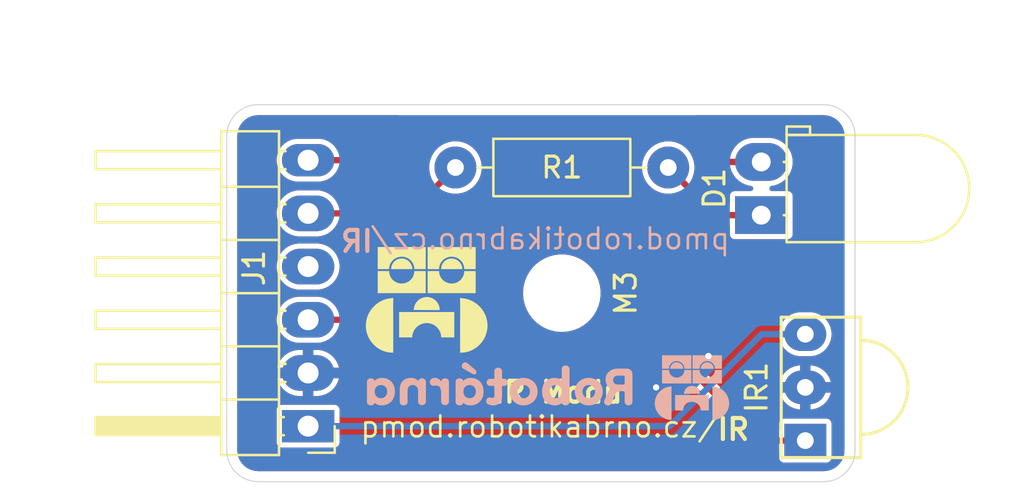
<source format=kicad_pcb>
(kicad_pcb (version 20241229) (generator "pcbnew") (generator_version "9.0")
  (layers (0 "F.Cu" signal) (2 "B.Cu" signal) (13 "F.Paste" user) (15 "B.Paste" user) (5 "F.SilkS" user "F.Silkscreen") (7 "B.SilkS" user "B.Silkscreen") (1 "F.Mask" user) (3 "B.Mask" user) (25 "Edge.Cuts" user))
  (net 0 "")
  (net 1 "Net-(D1-K)")
  (net 2 "GND")
  (net 3 "RX")
  (net 4 "+3.3V")
  (net 6 "TX")
  (net 7 "CLK")
  (footprint "Resistor_THT:R_Axial_DIN0207_L6.3mm_D2.5mm_P10.16mm_Horizontal" (layer "F.Cu") (at 75.92 43.5)
    (property "Reference" "R1")
    (property "Value" "180" (hide yes))
  )
  (footprint "LED_THT:LED_D5.0mm_Horizontal_O1.27mm_Z3.0mm_IRBlack" (layer "F.Cu") (at 90.5225 45.775 90)
    (property "Reference" "D1")
    (property "Value" "IR")
  )
  (footprint "IR:VS1838b" (layer "F.Cu") (at 92.625 54 180)
    (property "Reference" "IR1")
    (property "Value" "VS1838b")
  )
  (footprint "Connector_PinHeader_2.54mm:PinHeader_1x06_P2.54mm_Horizontal" (layer "F.Cu") (at 68.885 55.85 180)
    (property "Reference" "J1")
    (property "Value" "Conn_01x06")
  )
  (footprint "MountingHole:MountingHole_3.2mm_M3" (layer "F.Cu") (at 81 49.5)
    (property "Reference" "M3")
    (property "Value" "MountingHole_3.2mm_M3" (hide yes))
  )
  (gr_poly (pts (xy 76.885254 48.35283) (xy 76.339524 48.35283) (xy 76.338743 48.322269) (xy 76.336425 48.292109) (xy 76.332607 48.262388) (xy 76.327327 48.233142) (xy 76.320624 48.20441) (xy 76.312534 48.176228) (xy 76.303095 48.148634) (xy 76.292346 48.121665) (xy 76.280323 48.095359) (xy 76.267065 48.069752) (xy 76.252609 48.044882) (xy 76.236994 48.020786) (xy 76.220256 47.997502) (xy 76.202433 47.975067) (xy 76.183564 47.953519) (xy 76.163685 47.932894) (xy 76.142835 47.913229) (xy 76.121051 47.894563) (xy 76.098372 47.876933) (xy 76.074834 47.860375) (xy 76.050475 47.844928) (xy 76.025334 47.830628) (xy 75.999448 47.817513) (xy 75.972854 47.80562) (xy 75.94559 47.794986) (xy 75.917695 47.78565) (xy 75.889205 47.777647) (xy 75.860159 47.771015) (xy 75.830595 47.765793) (xy 75.800549 47.762016) (xy 75.770059 47.759723) (xy 75.739164 47.75895) (xy 75.708267 47.759723) (xy 75.677775 47.762016) (xy 75.647727 47.765793) (xy 75.618159 47.771015) (xy 75.589111 47.777647) (xy 75.56062 47.78565) (xy 75.532723 47.794986) (xy 75.505458 47.80562) (xy 75.478862 47.817513) (xy 75.452975 47.830628) (xy 75.427832 47.844928) (xy 75.403472 47.860375) (xy 75.379934 47.876933) (xy 75.357253 47.894563) (xy 75.335468 47.913229) (xy 75.314618 47.932894) (xy 75.294738 47.953519) (xy 75.275868 47.975067) (xy 75.258045 47.997502) (xy 75.241307 48.020786) (xy 75.225691 48.044882) (xy 75.211235 48.069752) (xy 75.197976 48.095359) (xy 75.185954 48.121665) (xy 75.175204 48.148634) (xy 75.165765 48.176228) (xy 75.157675 48.20441) (xy 75.150972 48.233142) (xy 75.145692 48.262388) (xy 75.141874 48.292109) (xy 75.139556 48.322269) (xy 75.138775 48.35283) (xy 74.59306 48.35283) (xy 74.59306 47.298405) (xy 76.885254 47.298405)) (fill yes) (layer "F.SilkS"))
  (gr_poly (pts (xy 73.376401 47.846919) (xy 73.40212 47.848884) (xy 73.427478 47.852112) (xy 73.452444 47.856572) (xy 73.476986 47.862232) (xy 73.501071 47.86906) (xy 73.524668 47.877024) (xy 73.547743 47.886093) (xy 73.570267 47.896234) (xy 73.592205 47.907417) (xy 73.613526 47.919608) (xy 73.634198 47.932777) (xy 73.654188 47.946891) (xy 73.673465 47.96192) (xy 73.691997 47.97783) (xy 73.709751 47.99459) (xy 73.726695 48.012169) (xy 73.742798 48.030534) (xy 73.758026 48.049655) (xy 73.772349 48.069498) (xy 73.785733 48.090032) (xy 73.798147 48.111226) (xy 73.809558 48.133048) (xy 73.819935 48.155465) (xy 73.829246 48.178446) (xy 73.837457 48.20196) (xy 73.844538 48.225974) (xy 73.850456 48.250457) (xy 73.855178 48.275377) (xy 73.858674 48.300702) (xy 73.86091 48.3264) (xy 73.861855 48.35244) (xy 72.8497 48.352139) (xy 72.850083 48.326099) (xy 72.851765 48.300401) (xy 72.854715 48.275077) (xy 72.858901 48.250159) (xy 72.864292 48.225679) (xy 72.870856 48.201668) (xy 72.878562 48.178159) (xy 72.887379 48.155182) (xy 72.897274 48.132771) (xy 72.908217 48.110956) (xy 72.920177 48.089769) (xy 72.933121 48.069243) (xy 72.947018 48.049408) (xy 72.961837 48.030297) (xy 72.977546 48.011941) (xy 72.994114 47.994373) (xy 73.01151 47.977623) (xy 73.029701 47.961724) (xy 73.048658 47.946708) (xy 73.068347 47.932606) (xy 73.088738 47.919449) (xy 73.109799 47.907271) (xy 73.131499 47.896102) (xy 73.153806 47.885974) (xy 73.176689 47.87692) (xy 73.200117 47.86897) (xy 73.224058 47.862156) (xy 73.24848 47.856511) (xy 73.273352 47.852066) (xy 73.298643 47.848853) (xy 73.324321 47.846904) (xy 73.350355 47.84625)) (fill yes) (layer "F.SilkS"))
  (gr_poly (pts (xy 75.865314 51.612075) (xy 75.238119 51.612075) (xy 75.237221 51.576952) (xy 75.234557 51.54229) (xy 75.23017 51.508132) (xy 75.224102 51.474521) (xy 75.216398 51.4415) (xy 75.207101 51.409112) (xy 75.196254 51.377398) (xy 75.1839 51.346404) (xy 75.170084 51.31617) (xy 75.154847 51.286741) (xy 75.138234 51.258158) (xy 75.120288 51.230466) (xy 75.101052 51.203706) (xy 75.08057 51.177923) (xy 75.058885 51.153157) (xy 75.036039 51.129453) (xy 75.012078 51.106854) (xy 74.987043 51.085402) (xy 74.960979 51.065139) (xy 74.933929 51.04611) (xy 74.905935 51.028357) (xy 74.877042 51.011922) (xy 74.847292 50.99685) (xy 74.81673 50.983181) (xy 74.785398 50.97096) (xy 74.753339 50.96023) (xy 74.720598 50.951032) (xy 74.687217 50.943411) (xy 74.65324 50.937409) (xy 74.61871 50.933068) (xy 74.58367 50.930433) (xy 74.548165 50.929545) (xy 74.512655 50.930433) (xy 74.477611 50.933068) (xy 74.443078 50.937409) (xy 74.409097 50.943411) (xy 74.375712 50.951032) (xy 74.342968 50.96023) (xy 74.310906 50.97096) (xy 74.279571 50.983181) (xy 74.249006 50.99685) (xy 74.219254 51.011922) (xy 74.190358 51.028357) (xy 74.162362 51.04611) (xy 74.135309 51.065139) (xy 74.109243 51.085402) (xy 74.084206 51.106854) (xy 74.060243 51.129453) (xy 74.037396 51.153157) (xy 74.015709 51.177923) (xy 73.995225 51.203706) (xy 73.975988 51.230466) (xy 73.958041 51.258158) (xy 73.941427 51.286741) (xy 73.926189 51.31617) (xy 73.912372 51.346404) (xy 73.900017 51.377398) (xy 73.88917 51.409112) (xy 73.879872 51.4415) (xy 73.872168 51.474521) (xy 73.8661 51.508132) (xy 73.861712 51.54229) (xy 73.859047 51.576952) (xy 73.85815 51.612075) (xy 73.230985 51.612075) (xy 73.230985 50.40027) (xy 75.865314 50.40027)) (fill yes) (layer "F.SilkS"))
  (gr_poly (pts (xy 75.139556 48.476136) (xy 75.141874 48.506296) (xy 75.145692 48.536017) (xy 75.150972 48.565262) (xy 75.157675 48.593995) (xy 75.165765 48.622176) (xy 75.175204 48.64977) (xy 75.185954 48.676739) (xy 75.197976 48.703046) (xy 75.211235 48.728653) (xy 75.225691 48.753523) (xy 75.241307 48.777619) (xy 75.258045 48.800902) (xy 75.275868 48.823337) (xy 75.294738 48.844886) (xy 75.314618 48.865511) (xy 75.335468 48.885175) (xy 75.357253 48.903841) (xy 75.379934 48.921472) (xy 75.403472 48.938029) (xy 75.427832 48.953477) (xy 75.452975 48.967777) (xy 75.478862 48.980892) (xy 75.505458 48.992785) (xy 75.532723 49.003418) (xy 75.56062 49.012755) (xy 75.589111 49.020758) (xy 75.618159 49.027389) (xy 75.647727 49.032612) (xy 75.677775 49.036389) (xy 75.708267 49.038682) (xy 75.739164 49.039455) (xy 75.770059 49.038682) (xy 75.800549 49.036389) (xy 75.830595 49.032612) (xy 75.860159 49.027389) (xy 75.889205 49.020758) (xy 75.917695 49.012755) (xy 75.94559 49.003418) (xy 75.972854 48.992785) (xy 75.999448 48.980892) (xy 76.025334 48.967777) (xy 76.050475 48.953477) (xy 76.074834 48.938029) (xy 76.098372 48.921472) (xy 76.121051 48.903841) (xy 76.142835 48.885175) (xy 76.163685 48.865511) (xy 76.183564 48.844886) (xy 76.202433 48.823337) (xy 76.220256 48.800902) (xy 76.236994 48.777619) (xy 76.252609 48.753523) (xy 76.267065 48.728653) (xy 76.280323 48.703046) (xy 76.292346 48.676739) (xy 76.303095 48.64977) (xy 76.312534 48.622176) (xy 76.320624 48.593995) (xy 76.327327 48.565262) (xy 76.332607 48.536017) (xy 76.336425 48.506296) (xy 76.338743 48.476136) (xy 76.339524 48.445575) (xy 76.885254 48.445575) (xy 76.885254 49.5) (xy 74.59306 49.5) (xy 74.59306 48.445575) (xy 75.138775 48.445575)) (fill yes) (layer "F.SilkS"))
  (gr_poly (pts (xy 74.579918 49.68506) (xy 74.602224 49.686442) (xy 74.62449 49.688668) (xy 74.646689 49.691733) (xy 74.668793 49.695627) (xy 74.690776 49.700344) (xy 74.71261 49.705876) (xy 74.734269 49.712216) (xy 74.755723 49.719357) (xy 74.776948 49.727292) (xy 74.797914 49.736012) (xy 74.818596 49.745511) (xy 74.838965 49.755781) (xy 74.858995 49.766816) (xy 74.878658 49.778606) (xy 74.897927 49.791146) (xy 74.916775 49.804428) (xy 74.935175 49.818445) (xy 74.953099 49.833188) (xy 74.97052 49.848652) (xy 74.987411 49.864828) (xy 75.003744 49.881709) (xy 75.019493 49.899288) (xy 75.034631 49.917557) (xy 75.049129 49.936509) (xy 75.062961 49.956138) (xy 75.076099 49.976434) (xy 75.088517 49.997392) (xy 75.100186 50.019003) (xy 75.11108 50.04126) (xy 75.121172 50.064157) (xy 75.130435 50.087685) (xy 75.137927 50.108741) (xy 75.144162 50.127988) (xy 75.149264 50.145607) (xy 75.153358 50.161776) (xy 75.156566 50.176676) (xy 75.159014 50.190484) (xy 75.160826 50.20338) (xy 75.162124 50.215543) (xy 75.163034 50.227153) (xy 75.163679 50.238389) (xy 75.164672 50.260453) (xy 75.165268 50.271641) (xy 75.166095 50.283171) (xy 75.167277 50.295222) (xy 75.16894 50.307975) (xy 75.16567 50.30973) (xy 75.146274 50.30905) (xy 75.126964 50.308747) (xy 75.088395 50.308884) (xy 75.049542 50.309373) (xy 75.009985 50.309445) (xy 74.547835 50.30679) (xy 74.236489 50.303045) (xy 74.051463 50.302379) (xy 73.978614 50.303178) (xy 73.92916 50.30505) (xy 73.925635 50.301224) (xy 73.925634 50.301225) (xy 73.940469 50.19249) (xy 73.945341 50.169358) (xy 73.951146 50.146473) (xy 73.957861 50.123859) (xy 73.965466 50.101542) (xy 73.983251 50.057891) (xy 74.004323 50.015713) (xy 74.028501 49.975201) (xy 74.055608 49.936549) (xy 74.085463 49.89995) (xy 74.117889 49.865597) (xy 74.152707 49.833683) (xy 74.189737 49.804402) (xy 74.2288 49.777946) (xy 74.269718 49.75451) (xy 74.312311 49.734286) (xy 74.33418 49.725439) (xy 74.356401 49.717467) (xy 74.378951 49.710396) (xy 74.401808 49.704248) (xy 74.42495 49.699048) (xy 74.448354 49.69482) (xy 74.461964 49.692757) (xy 74.476045 49.690818) (xy 74.490368 49.689053) (xy 74.504704 49.687509) (xy 74.518824 49.686237) (xy 74.5325 49.685284) (xy 74.545501 49.684698) (xy 74.557599 49.68453)) (fill yes) (layer "F.SilkS"))
  (gr_poly (pts (xy 72.955135 49.736205) (xy 72.950555 49.840294) (xy 72.947934 49.993648) (xy 72.946962 50.383175) (xy 72.95086 51.038685) (xy 72.95053 52.011614) (xy 72.949865 52.094903) (xy 72.948336 52.176701) (xy 72.947556 52.257897) (xy 72.94795 52.298547) (xy 72.949135 52.339379) (xy 72.94537 52.346264) (xy 72.918546 52.342598) (xy 72.893191 52.339951) (xy 72.86893 52.33806) (xy 72.845386 52.336661) (xy 72.79895 52.334286) (xy 72.775305 52.332783) (xy 72.750876 52.330719) (xy 72.725286 52.327828) (xy 72.698161 52.32385) (xy 72.669123 52.318518) (xy 72.637798 52.311571) (xy 72.60381 52.302745) (xy 72.566783 52.291776) (xy 72.526341 52.2784) (xy 72.48211 52.262354) (xy 72.432698 52.242556) (xy 72.384627 52.221019) (xy 72.337911 52.1978) (xy 72.292566 52.172957) (xy 72.248606 52.146548) (xy 72.206047 52.11863) (xy 72.164904 52.08926) (xy 72.125192 52.058495) (xy 72.086926 52.026395) (xy 72.050121 51.993014) (xy 72.014793 51.958412) (xy 71.980956 51.922645) (xy 71.948625 51.885772) (xy 71.917817 51.847848) (xy 71.888545 51.808933) (xy 71.860825 51.769083) (xy 71.834672 51.728356) (xy 71.810102 51.686809) (xy 71.787128 51.644499) (xy 71.765768 51.601485) (xy 71.746034 51.557823) (xy 71.727944 51.513572) (xy 71.711511 51.468787) (xy 71.696752 51.423528) (xy 71.68368 51.37785) (xy 71.672312 51.331813) (xy 71.662661 51.285473) (xy 71.654745 51.238887) (xy 71.648577 51.192113) (xy 71.644172 51.145209) (xy 71.641547 51.098232) (xy 71.640715 51.051239) (xy 71.641232 51.025775) (xy 71.642637 50.998416) (xy 71.644822 50.969642) (xy 71.647684 50.939936) (xy 71.651118 50.909778) (xy 71.655019 50.87965) (xy 71.659281 50.850034) (xy 71.6638 50.821409) (xy 71.673 50.772193) (xy 71.684244 50.723541) (xy 71.69748 50.675501) (xy 71.712657 50.628118) (xy 71.729724 50.581441) (xy 71.74863 50.535515) (xy 71.791753 50.446106) (xy 71.841616 50.360265) (xy 71.897812 50.278367) (xy 71.959931 50.200786) (xy 72.027563 50.127896) (xy 72.1003 50.060072) (xy 72.177732 49.997688) (xy 72.25945 49.941118) (xy 72.345046 49.890737) (xy 72.434109 49.846918) (xy 72.526231 49.810037) (xy 72.573311 49.794315) (xy 72.621003 49.780468) (xy 72.669254 49.768542) (xy 72.718015 49.758585) (xy 72.947125 49.728735)) (fill yes) (layer "F.SilkS"))
  (gr_poly (pts (xy 76.374084 49.758585) (xy 76.422844 49.768542) (xy 76.471096 49.780468) (xy 76.518787 49.794315) (xy 76.565867 49.810037) (xy 76.657988 49.846918) (xy 76.747051 49.890737) (xy 76.832645 49.941118) (xy 76.914362 49.997688) (xy 76.991793 50.060072) (xy 77.064528 50.127896) (xy 77.132159 50.200786) (xy 77.194276 50.278367) (xy 77.250471 50.360265) (xy 77.300334 50.446106) (xy 77.343455 50.535515) (xy 77.362361 50.581441) (xy 77.379427 50.628118) (xy 77.394604 50.675501) (xy 77.40784 50.723541) (xy 77.419083 50.772193) (xy 77.428284 50.821409) (xy 77.432803 50.850034) (xy 77.437065 50.87965) (xy 77.440966 50.909778) (xy 77.444399 50.939936) (xy 77.447261 50.969642) (xy 77.449447 50.998416) (xy 77.450851 51.025775) (xy 77.451369 51.051239) (xy 77.450537 51.098232) (xy 77.447912 51.145209) (xy 77.443507 51.192113) (xy 77.437339 51.238887) (xy 77.429422 51.285473) (xy 77.419772 51.331813) (xy 77.408404 51.37785) (xy 77.395332 51.423528) (xy 77.380573 51.468787) (xy 77.36414 51.513572) (xy 77.346049 51.557823) (xy 77.326316 51.601485) (xy 77.304955 51.644499) (xy 77.281982 51.686809) (xy 77.257412 51.728356) (xy 77.231259 51.769083) (xy 77.203539 51.808933) (xy 77.174267 51.847848) (xy 77.143459 51.885772) (xy 77.111128 51.922645) (xy 77.077291 51.958412) (xy 77.041963 51.993014) (xy 77.005158 52.026395) (xy 76.966892 52.058495) (xy 76.92718 52.08926) (xy 76.886037 52.11863) (xy 76.843478 52.146548) (xy 76.799518 52.172957) (xy 76.754173 52.1978) (xy 76.707457 52.221019) (xy 76.659385 52.242556) (xy 76.609974 52.262354) (xy 76.565743 52.2784) (xy 76.525301 52.291776) (xy 76.488275 52.302745) (xy 76.454286 52.311571) (xy 76.422961 52.318518) (xy 76.393924 52.32385) (xy 76.366798 52.327828) (xy 76.341208 52.330719) (xy 76.316779 52.332783) (xy 76.293134 52.334286) (xy 76.246698 52.336661) (xy 76.223154 52.33806) (xy 76.198893 52.339951) (xy 76.173538 52.342598) (xy 76.146714 52.346264) (xy 76.142949 52.339379) (xy 76.144134 52.298547) (xy 76.144528 52.257897) (xy 76.143748 52.176701) (xy 76.142219 52.094903) (xy 76.141554 52.011614) (xy 76.141224 51.038685) (xy 76.145122 50.383175) (xy 76.14415 49.993648) (xy 76.141529 49.840294) (xy 76.136949 49.736205) (xy 76.144974 49.728735)) (fill yes) (layer "F.SilkS"))
  (gr_poly (pts (xy 74.5 48.35133) (xy 73.954269 48.35133) (xy 73.953488 48.320769) (xy 73.95117 48.290609) (xy 73.947352 48.260888) (xy 73.942073 48.231642) (xy 73.935369 48.20291) (xy 73.927279 48.174728) (xy 73.91784 48.147134) (xy 73.907091 48.120165) (xy 73.895068 48.093859) (xy 73.88181 48.068252) (xy 73.867355 48.043382) (xy 73.851739 48.019286) (xy 73.835001 47.996002) (xy 73.817178 47.973567) (xy 73.798309 47.952019) (xy 73.77843 47.931394) (xy 73.75758 47.911729) (xy 73.735797 47.893063) (xy 73.713117 47.875433) (xy 73.689579 47.858875) (xy 73.66522 47.843428) (xy 73.640079 47.829128) (xy 73.614193 47.816013) (xy 73.587599 47.80412) (xy 73.560336 47.793486) (xy 73.53244 47.78415) (xy 73.503951 47.776147) (xy 73.474905 47.769515) (xy 73.44534 47.764293) (xy 73.415294 47.760516) (xy 73.384804 47.758223) (xy 73.35391 47.75745) (xy 73.323012 47.758223) (xy 73.29252 47.760516) (xy 73.262472 47.764293) (xy 73.232905 47.769515) (xy 73.203857 47.776147) (xy 73.175365 47.78415) (xy 73.147468 47.793486) (xy 73.120203 47.80412) (xy 73.093608 47.816013) (xy 73.06772 47.829128) (xy 73.042577 47.843428) (xy 73.018218 47.858875) (xy 72.994679 47.875433) (xy 72.971998 47.893063) (xy 72.950214 47.911729) (xy 72.929363 47.931394) (xy 72.909484 47.952019) (xy 72.890614 47.973567) (xy 72.87279 47.996002) (xy 72.856052 48.019286) (xy 72.840436 48.043382) (xy 72.82598 48.068252) (xy 72.812722 48.093859) (xy 72.800699 48.120165) (xy 72.789949 48.147134) (xy 72.78051 48.174728) (xy 72.77242 48.20291) (xy 72.765717 48.231642) (xy 72.760437 48.260888) (xy 72.756619 48.290609) (xy 72.754301 48.320769) (xy 72.75352 48.35133) (xy 72.207805 48.35133) (xy 72.207805 47.296905) (xy 74.5 47.296905)) (fill yes) (layer "F.SilkS"))
  (gr_poly (pts (xy 75.761656 47.846919) (xy 75.787374 47.848884) (xy 75.812733 47.852112) (xy 75.837699 47.856572) (xy 75.862241 47.862232) (xy 75.886326 47.86906) (xy 75.909922 47.877024) (xy 75.932998 47.886093) (xy 75.955521 47.896234) (xy 75.977459 47.907417) (xy 75.99878 47.919608) (xy 76.019452 47.932777) (xy 76.039443 47.946891) (xy 76.05872 47.96192) (xy 76.077252 47.97783) (xy 76.095006 47.99459) (xy 76.11195 48.012169) (xy 76.128052 48.030534) (xy 76.143281 48.049655) (xy 76.157603 48.069498) (xy 76.170988 48.090032) (xy 76.183401 48.111226) (xy 76.194813 48.133048) (xy 76.20519 48.155465) (xy 76.2145 48.178446) (xy 76.222712 48.20196) (xy 76.229793 48.225974) (xy 76.23571 48.250457) (xy 76.240433 48.275377) (xy 76.243928 48.300702) (xy 76.246165 48.3264) (xy 76.247109 48.35244) (xy 75.234954 48.352139) (xy 75.235337 48.326099) (xy 75.23702 48.300401) (xy 75.239969 48.275077) (xy 75.244155 48.250159) (xy 75.249546 48.225679) (xy 75.256111 48.201668) (xy 75.263817 48.178159) (xy 75.272633 48.155182) (xy 75.282529 48.132771) (xy 75.293472 48.110956) (xy 75.305431 48.089769) (xy 75.318375 48.069243) (xy 75.332272 48.049408) (xy 75.347091 48.030297) (xy 75.362801 48.011941) (xy 75.379369 47.994373) (xy 75.396764 47.977623) (xy 75.414956 47.961724) (xy 75.433912 47.946708) (xy 75.453601 47.932606) (xy 75.473992 47.919449) (xy 75.495054 47.907271) (xy 75.516753 47.896102) (xy 75.539061 47.885974) (xy 75.561944 47.87692) (xy 75.585372 47.86897) (xy 75.609312 47.862156) (xy 75.633734 47.856511) (xy 75.658606 47.852066) (xy 75.683897 47.848853) (xy 75.709575 47.846904) (xy 75.735609 47.84625)) (fill yes) (layer "F.SilkS"))
  (gr_poly (pts (xy 72.754301 48.476136) (xy 72.756619 48.506296) (xy 72.760437 48.536017) (xy 72.765717 48.565262) (xy 72.77242 48.593995) (xy 72.78051 48.622176) (xy 72.789949 48.64977) (xy 72.800699 48.676739) (xy 72.812722 48.703046) (xy 72.82598 48.728653) (xy 72.840436 48.753523) (xy 72.856052 48.777619) (xy 72.87279 48.800902) (xy 72.890614 48.823337) (xy 72.909484 48.844886) (xy 72.929363 48.865511) (xy 72.950214 48.885175) (xy 72.971998 48.903841) (xy 72.994679 48.921472) (xy 73.018218 48.938029) (xy 73.042577 48.953477) (xy 73.06772 48.967777) (xy 73.093608 48.980892) (xy 73.120203 48.992785) (xy 73.147468 49.003418) (xy 73.175365 49.012755) (xy 73.203857 49.020758) (xy 73.232905 49.027389) (xy 73.262472 49.032612) (xy 73.29252 49.036389) (xy 73.323012 49.038682) (xy 73.35391 49.039455) (xy 73.384804 49.038682) (xy 73.415294 49.036389) (xy 73.44534 49.032612) (xy 73.474905 49.027389) (xy 73.503951 49.020758) (xy 73.53244 49.012755) (xy 73.560336 49.003418) (xy 73.587599 48.992785) (xy 73.614193 48.980892) (xy 73.640079 48.967777) (xy 73.66522 48.953477) (xy 73.689579 48.938029) (xy 73.713117 48.921472) (xy 73.735797 48.903841) (xy 73.75758 48.885175) (xy 73.77843 48.865511) (xy 73.798309 48.844886) (xy 73.817178 48.823337) (xy 73.835001 48.800902) (xy 73.851739 48.777619) (xy 73.867355 48.753523) (xy 73.88181 48.728653) (xy 73.895068 48.703046) (xy 73.907091 48.676739) (xy 73.91784 48.64977) (xy 73.927279 48.622176) (xy 73.935369 48.593995) (xy 73.942073 48.565262) (xy 73.947352 48.536017) (xy 73.95117 48.506296) (xy 73.953488 48.476136) (xy 73.954269 48.445575) (xy 74.5 48.445575) (xy 74.5 49.5) (xy 72.207805 49.5) (xy 72.207805 48.445575) (xy 72.75352 48.445575)) (fill yes) (layer "F.SilkS"))
  (gr_poly (pts (xy 72.380223 53.546561) (xy 72.355948 53.548198) (xy 72.33207 53.550926) (xy 72.308589 53.554746) (xy 72.285505 53.559656) (xy 72.262818 53.565658) (xy 72.240528 53.572751) (xy 72.218635 53.580936) (xy 72.197139 53.590211) (xy 72.17604 53.600578) (xy 72.155339 53.612036) (xy 72.135034 53.624586) (xy 72.115127 53.638226) (xy 72.095617 53.652958) (xy 72.076505 53.668781) (xy 72.05779 53.685696) (xy 72.055556 53.679414) (xy 72.053091 53.673264) (xy 72.050394 53.667246) (xy 72.047465 53.66136) (xy 72.044305 53.655606) (xy 72.040913 53.649984) (xy 72.037289 53.644494) (xy 72.033434 53.639136) (xy 72.029348 53.63391) (xy 72.025031 53.628816) (xy 72.020482 53.623854) (xy 72.015702 53.619024) (xy 72.01069 53.614326) (xy 72.005448 53.60976) (xy 71.999974 53.605326) (xy 71.994269 53.601024) (xy 71.988383 53.596926) (xy 71.982365 53.593092) (xy 71.976215 53.589522) (xy 71.969933 53.586216) (xy 71.963518 53.583175) (xy 71.956972 53.580397) (xy 71.950293 53.577884) (xy 71.943481 53.575636) (xy 71.936537 53.573651) (xy 71.929461 53.571932) (xy 71.922253 53.570476) (xy 71.914911 53.569285) (xy 71.907438 53.568359) (xy 71.899831 53.567697) (xy 71.892092 53.5673) (xy 71.884221 53.567168) (xy 71.873761 53.567358) (xy 71.863549 53.567928) (xy 71.853586 53.568879) (xy 71.84387 53.57021) (xy 71.834403 53.571922) (xy 71.825183 53.574014) (xy 71.816212 53.576487) (xy 71.807489 53.57934) (xy 71.799013 53.582574) (xy 71.790785 53.586188) (xy 71.782805 53.590183) (xy 71.775073 53.594559) (xy 71.767589 53.599316) (xy 71.760352 53.604454) (xy 71.753363 53.609972) (xy 71.746622 53.615872) (xy 71.740216 53.62203) (xy 71.734224 53.628337) (xy 71.728645 53.634792) (xy 71.723479 53.641397) (xy 71.718727 53.64815) (xy 71.714388 53.655052) (xy 71.710462 53.662103) (xy 71.70695 53.669304) (xy 71.70385 53.676653) (xy 71.701164 53.684152) (xy 71.698892 53.691801) (xy 71.697032 53.699599) (xy 71.695586 53.707546) (xy 71.694553 53.715644) (xy 71.693933 53.723891) (xy 71.693726 53.732288) (xy 71.693726 54.693248) (xy 71.693933 54.702143) (xy 71.694553 54.71084) (xy 71.695586 54.719339) (xy 71.697032 54.727639) (xy 71.698892 54.735742) (xy 71.701164 54.743646) (xy 71.70385 54.751352) (xy 71.70695 54.75886) (xy 71.710462 54.766169) (xy 71.714388 54.77328) (xy 71.718727 54.780192) (xy 71.723479 54.786906) (xy 71.728645 54.793422) (xy 71.734224 54.799738) (xy 71.740216 54.805856) (xy 71.746622 54.811776) (xy 71.753363 54.817414) (xy 71.760352 54.822688) (xy 71.767589 54.827599) (xy 71.775073 54.832146) (xy 71.782805 54.836329) (xy 71.790785 54.840148) (xy 71.799013 54.843604) (xy 71.807489 54.846696) (xy 71.816212 54.849424) (xy 71.825183 54.851788) (xy 71.834403 54.853789) (xy 71.84387 54.855426) (xy 71.853586 54.856699) (xy 71.863549 54.857608) (xy 71.873761 54.858154) (xy 71.884221 54.858336) (xy 71.901268 54.857856) (xy 71.917488 54.856417) (xy 71.932882 54.854019) (xy 71.947449 54.850662) (xy 71.96119 54.846345) (xy 71.974104 54.841069) (xy 71.980252 54.838072) (xy 71.986192 54.834834) (xy 71.991926 54.831357) (xy 71.997453 54.82764) (xy 72.002774 54.823683) (xy 72.007888 54.819486) (xy 72.012796 54.81505) (xy 72.017497 54.810373) (xy 72.021991 54.805457) (xy 72.026278 54.800301) (xy 72.030359 54.794905) (xy 72.034234 54.78927) (xy 72.041362 54.777279) (xy 72.047665 54.764329) (xy 72.053141 54.75042) (xy 72.05779 54.735552) (xy 72.07497 54.75042) (xy 72.092646 54.764329) (xy 72.110818 54.777279) (xy 72.129485 54.78927) (xy 72.148649 54.800301) (xy 72.168309 54.810373) (xy 72.188465 54.819486) (xy 72.209118 54.82764) (xy 72.230267 54.834834) (xy 72.251913 54.841069) (xy 72.274055 54.846345) (xy 72.296694 54.850662) (xy 72.31983 54.854019) (xy 72.343464 54.856417) (xy 72.367594 54.857856) (xy 72.392221 54.858336) (xy 72.392225 54.858336) (xy 72.427257 54.857633) (xy 72.461445 54.855525) (xy 72.49479 54.852011) (xy 72.527291 54.847092) (xy 72.558948 54.840767) (xy 72.589763 54.833037) (xy 72.619733 54.823901) (xy 72.64886 54.81336) (xy 72.677144 54.801413) (xy 72.704585 54.788061) (xy 72.731182 54.773303) (xy 72.756936 54.75714) (xy 72.781846 54.739571) (xy 72.805914 54.720597) (xy 72.829138 54.700217) (xy 72.851519 54.678432) (xy 72.872793 54.655467) (xy 72.892694 54.63156) (xy 72.911223 54.606711) (xy 72.928379 54.58092) (xy 72.944163 54.554187) (xy 72.958574 54.526512) (xy 72.971613 54.497895) (xy 72.983279 54.468336) (xy 72.993573 54.437835) (xy 73.002494 54.406392) (xy 73.010043 54.374007) (xy 73.016219 54.34068) (xy 73.021023 54.306411) (xy 73.024454 54.2712) (xy 73.026513 54.235047) (xy 73.027199 54.197952) (xy 73.027199 54.197951) (xy 72.658912 54.197951) (xy 72.658589 54.21471) (xy 72.657622 54.231121) (xy 72.656009 54.247185) (xy 72.653752 54.262901) (xy 72.650849 54.278271) (xy 72.647302 54.293293) (xy 72.643109 54.307968) (xy 72.638272 54.322295) (xy 72.632789 54.336276) (xy 72.626661 54.349909) (xy 72.619889 54.363195) (xy 72.612472 54.376134) (xy 72.604409 54.388725) (xy 72.595702 54.400969) (xy 72.586349 54.412866) (xy 72.576352 54.424416) (xy 72.565842 54.435436) (xy 72.554953 54.445746) (xy 72.543683 54.455344) (xy 72.532034 54.464232) (xy 72.520005 54.472408) (xy 72.507596 54.479874) (xy 72.494806 54.486628) (xy 72.481636 54.492672) (xy 72.468085 54.498004) (xy 72.454154 54.502626) (xy 72.439841 54.506536) (xy 72.425148 54.509736) (xy 72.410073 54.512224) (xy 72.394617 54.514002) (xy 72.37878 54.515068) (xy 72.36256 54.515424) (xy 72.345843 54.515068) (xy 72.329556 54.514002) (xy 72.313698 54.512224) (xy 72.298271 54.509736) (xy 72.283273 54.506536) (xy 72.268705 54.502626) (xy 72.254568 54.498004) (xy 72.24086 54.492672) (xy 72.227583 54.486628) (xy 72.214736 54.479874) (xy 72.202319 54.472408) (xy 72.190332 54.464232) (xy 72.178776 54.455344) (xy 72.16765 54.445746) (xy 72.156954 54.435436) (xy 72.146689 54.424416) (xy 72.136947 54.412866) (xy 72.127834 54.400969) (xy 72.119349 54.388725) (xy 72.111493 54.376134) (xy 72.104265 54.363195) (xy 72.097666 54.349909) (xy 72.091695 54.336276) (xy 72.086352 54.322296) (xy 72.081639 54.307968) (xy 72.077553 54.293293) (xy 72.074096 54.278271) (xy 72.071268 54.262902) (xy 72.069068 54.247185) (xy 72.067497 54.231121) (xy 72.066554 54.21471) (xy 72.06624 54.197951) (xy 72.066554 54.180701) (xy 72.067497 54.16388) (xy 72.069068 54.147491) (xy 72.071268 54.131531) (xy 72.074096 54.116002) (xy 72.077553 54.100903) (xy 72.081638 54.086234) (xy 72.086352 54.071996) (xy 72.091694 54.058187) (xy 72.097665 54.044809) (xy 72.104264 54.03186) (xy 72.111492 54.019342) (xy 72.119349 54.007254) (xy 72.127834 53.995595) (xy 72.136947 53.984366) (xy 72.146689 53.973568) (xy 72.156954 53.963314) (xy 72.16765 53.953723) (xy 72.178776 53.944792) (xy 72.190332 53.936524) (xy 72.202319 53.928916) (xy 72.214736 53.921971) (xy 72.227584 53.915686) (xy 72.240861 53.910064) (xy 72.254569 53.905102) (xy 72.268706 53.900803) (xy 72.283274 53.897164) (xy 72.298272 53.894188) (xy 72.313699 53.891872) (xy 72.329556 53.890219) (xy 72.345844 53.889226) (xy 72.36256 53.888896) (xy 72.37878 53.889226) (xy 72.394617 53.890219) (xy 72.410073 53.891872) (xy 72.425148 53.894188) (xy 72.439841 53.897164) (xy 72.454154 53.900803) (xy 72.468085 53.905102) (xy 72.481636 53.910064) (xy 72.494806 53.915686) (xy 72.507596 53.921971) (xy 72.520005 53.928916) (xy 72.532034 53.936524) (xy 72.543683 53.944792) (xy 72.554953 53.953723) (xy 72.565842 53.963314) (xy 72.576352 53.973568) (xy 72.58635 53.984367) (xy 72.595702 53.995595) (xy 72.60441 54.007254) (xy 72.612473 54.019342) (xy 72.61989 54.03186) (xy 72.626663 54.044809) (xy 72.63279 54.058187) (xy 72.638272 54.071996) (xy 72.64311 54.086234) (xy 72.647302 54.100903) (xy 72.65085 54.116002) (xy 72.653752 54.131531) (xy 72.656009 54.147491) (xy 72.657622 54.16388) (xy 72.658589 54.180701) (xy 72.658912 54.197951) (xy 73.027199 54.197951) (xy 73.026529 54.160868) (xy 73.02452 54.124759) (xy 73.021171 54.089627) (xy 73.016483 54.05547) (xy 73.010456 54.022289) (xy 73.003088 53.990083) (xy 72.994382 53.958854) (xy 72.984336 53.9286) (xy 72.97295 53.899322) (xy 72.960225 53.871019) (xy 72.94616 53.843693) (xy 72.930755 53.817342) (xy 72.914012 53.791967) (xy 72.895928 53.767567) (xy 72.876505 53.744144) (xy 72.855743 53.721696) (xy 72.833895 53.700422) (xy 72.811202 53.680521) (xy 72.787665 53.661992) (xy 72.763284 53.644836) (xy 72.738059 53.629052) (xy 72.711989 53.614641) (xy 72.685076 53.601602) (xy 72.657319 53.589936) (xy 72.628718 53.579642) (xy 72.599273 53.570721) (xy 72.568985 53.563172) (xy 72.537854 53.556996) (xy 72.505879 53.552192) (xy 72.47306 53.548761) (xy 72.439399 53.546702) (xy 72.404894 53.546016)) (fill yes) (layer "B.SilkS"))
  (gr_poly (pts (xy 86.4064 55.103488) (xy 86.789952 55.103488) (xy 86.790501 55.082008) (xy 86.792131 55.06081) (xy 86.794814 55.039921) (xy 86.798525 55.019366) (xy 86.803237 54.999171) (xy 86.808923 54.979364) (xy 86.815558 54.959969) (xy 86.823113 54.941014) (xy 86.831563 54.922524) (xy 86.840882 54.904527) (xy 86.851043 54.887047) (xy 86.862018 54.870111) (xy 86.873783 54.853746) (xy 86.88631 54.837978) (xy 86.899572 54.822832) (xy 86.913544 54.808336) (xy 86.928198 54.794515) (xy 86.943509 54.781396) (xy 86.959449 54.769004) (xy 86.975993 54.757367) (xy 86.993113 54.74651) (xy 87.010783 54.736459) (xy 87.028976 54.727241) (xy 87.047667 54.718882) (xy 87.066828 54.711408) (xy 87.086433 54.704846) (xy 87.106456 54.699221) (xy 87.12687 54.69456) (xy 87.147648 54.690889) (xy 87.168764 54.688235) (xy 87.190192 54.686623) (xy 87.211904 54.68608) (xy 87.233619 54.686623) (xy 87.255049 54.688235) (xy 87.276167 54.690889) (xy 87.296947 54.69456) (xy 87.317363 54.699221) (xy 87.337386 54.704846) (xy 87.356993 54.711408) (xy 87.376155 54.718882) (xy 87.394846 54.727241) (xy 87.41304 54.736459) (xy 87.43071 54.74651) (xy 87.447829 54.757367) (xy 87.464372 54.769004) (xy 87.480312 54.781396) (xy 87.495622 54.794515) (xy 87.510276 54.808336) (xy 87.524247 54.822832) (xy 87.537509 54.837978) (xy 87.550034 54.853746) (xy 87.561798 54.870111) (xy 87.572773 54.887047) (xy 87.582932 54.904527) (xy 87.59225 54.922524) (xy 87.600699 54.941014) (xy 87.608254 54.959969) (xy 87.614887 54.979364) (xy 87.620573 54.999171) (xy 87.625284 55.019366) (xy 87.628995 55.039921) (xy 87.631678 55.06081) (xy 87.633307 55.082008) (xy 87.633856 55.103488) (xy 88.017408 55.103488) (xy 88.017408 54.3624) (xy 86.4064 54.3624)) (fill yes) (layer "B.SilkS"))
  (gr_poly (pts (xy 76.613569 53.546562) (xy 76.589294 53.548199) (xy 76.565416 53.550927) (xy 76.541935 53.554746) (xy 76.518851 53.559657) (xy 76.496164 53.565659) (xy 76.473874 53.572752) (xy 76.451981 53.580936) (xy 76.430485 53.590212) (xy 76.409386 53.600579) (xy 76.388685 53.612037) (xy 76.36838 53.624586) (xy 76.348473 53.638227) (xy 76.328964 53.652959) (xy 76.309852 53.668782) (xy 76.291137 53.685696) (xy 76.288903 53.679414) (xy 76.286438 53.673264) (xy 76.28374 53.667246) (xy 76.280811 53.66136) (xy 76.277651 53.655606) (xy 76.274259 53.649984) (xy 76.270636 53.644494) (xy 76.266781 53.639136) (xy 76.262695 53.63391) (xy 76.258377 53.628816) (xy 76.253828 53.623854) (xy 76.249048 53.619024) (xy 76.244037 53.614326) (xy 76.238795 53.60976) (xy 76.233321 53.605326) (xy 76.227617 53.601024) (xy 76.221731 53.596926) (xy 76.215713 53.593092) (xy 76.209562 53.589522) (xy 76.20328 53.586217) (xy 76.196866 53.583175) (xy 76.190319 53.580398) (xy 76.18364 53.577885) (xy 76.176829 53.575636) (xy 76.169885 53.573652) (xy 76.162809 53.571932) (xy 76.1556 53.570477) (xy 76.148259 53.569286) (xy 76.140786 53.568359) (xy 76.133179 53.567698) (xy 76.125441 53.567301) (xy 76.117569 53.567168) (xy 76.107109 53.567358) (xy 76.096897 53.567929) (xy 76.086934 53.568879) (xy 76.077219 53.570211) (xy 76.067751 53.571922) (xy 76.058532 53.574014) (xy 76.04956 53.576487) (xy 76.040837 53.57934) (xy 76.032361 53.582574) (xy 76.024133 53.586188) (xy 76.016153 53.590184) (xy 76.008421 53.59456) (xy 76.000937 53.599316) (xy 75.9937 53.604454) (xy 75.986711 53.609973) (xy 75.979969 53.615872) (xy 75.973564 53.62203) (xy 75.967571 53.628337) (xy 75.961993 53.634793) (xy 75.956827 53.641397) (xy 75.952075 53.64815) (xy 75.947735 53.655053) (xy 75.943809 53.662104) (xy 75.940297 53.669304) (xy 75.937197 53.676654) (xy 75.934511 53.684153) (xy 75.932238 53.691801) (xy 75.930378 53.699599) (xy 75.928932 53.707547) (xy 75.927899 53.715644) (xy 75.927279 53.723891) (xy 75.927072 53.732288) (xy 75.927072 54.693248) (xy 75.927279 54.702143) (xy 75.927899 54.71084) (xy 75.928932 54.719339) (xy 75.930378 54.72764) (xy 75.932238 54.735742) (xy 75.934511 54.743647) (xy 75.937197 54.751353) (xy 75.940297 54.75886) (xy 75.943809 54.76617) (xy 75.947735 54.77328) (xy 75.952075 54.780193) (xy 75.956827 54.786907) (xy 75.961993 54.793422) (xy 75.967571 54.799739) (xy 75.973564 54.805857) (xy 75.979969 54.811776) (xy 75.986711 54.817414) (xy 75.9937 54.822689) (xy 76.000937 54.827599) (xy 76.008421 54.832146) (xy 76.016153 54.836329) (xy 76.024133 54.840149) (xy 76.032361 54.843604) (xy 76.040837 54.846696) (xy 76.04956 54.849424) (xy 76.058532 54.851789) (xy 76.067751 54.853789) (xy 76.077219 54.855426) (xy 76.086934 54.856699) (xy 76.096897 54.857609) (xy 76.107109 54.858154) (xy 76.117569 54.858336) (xy 76.134616 54.857857) (xy 76.150836 54.856418) (xy 76.16623 54.85402) (xy 76.180797 54.850662) (xy 76.194538 54.846345) (xy 76.207452 54.84107) (xy 76.213599 54.838072) (xy 76.21954 54.834835) (xy 76.225274 54.831357) (xy 76.230801 54.82764) (xy 76.236121 54.823683) (xy 76.241236 54.819487) (xy 76.246143 54.81505) (xy 76.250844 54.810374) (xy 76.255338 54.805457) (xy 76.259626 54.800301) (xy 76.263706 54.794906) (xy 76.267581 54.78927) (xy 76.27471 54.77728) (xy 76.281012 54.76433) (xy 76.286488 54.750421) (xy 76.291137 54.735552) (xy 76.308317 54.750421) (xy 76.325993 54.76433) (xy 76.344164 54.77728) (xy 76.362832 54.78927) (xy 76.381996 54.800301) (xy 76.401656 54.810374) (xy 76.421812 54.819487) (xy 76.442465 54.82764) (xy 76.463614 54.834835) (xy 76.48526 54.84107) (xy 76.507403 54.846345) (xy 76.530042 54.850662) (xy 76.553178 54.85402) (xy 76.576811 54.856418) (xy 76.600941 54.857857) (xy 76.625568 54.858336) (xy 76.660601 54.857633) (xy 76.694791 54.855525) (xy 76.728137 54.852011) (xy 76.76064 54.847092) (xy 76.7923 54.840767) (xy 76.823117 54.833037) (xy 76.853091 54.823901) (xy 76.882221 54.81336) (xy 76.910508 54.801413) (xy 76.937951 54.788061) (xy 76.964551 54.773303) (xy 76.990307 54.75714) (xy 77.01522 54.739571) (xy 77.039289 54.720597) (xy 77.062515 54.700217) (xy 77.084897 54.678432) (xy 77.106171 54.655467) (xy 77.126072 54.63156) (xy 77.144601 54.606711) (xy 77.161757 54.58092) (xy 77.177541 54.554187) (xy 77.191952 54.526512) (xy 77.204991 54.497895) (xy 77.216657 54.468336) (xy 77.226951 54.437835) (xy 77.235872 54.406392) (xy 77.243421 54.374007) (xy 77.249597 54.34068) (xy 77.254401 54.306411) (xy 77.257832 54.2712) (xy 77.259891 54.235047) (xy 77.260577 54.197952) (xy 76.892289 54.197952) (xy 76.891967 54.21471) (xy 76.890999 54.231121) (xy 76.889387 54.247185) (xy 76.887129 54.262902) (xy 76.884226 54.278271) (xy 76.880678 54.293293) (xy 76.876484 54.307968) (xy 76.871645 54.322296) (xy 76.866161 54.336276) (xy 76.860031 54.349909) (xy 76.853256 54.363195) (xy 76.845835 54.376134) (xy 76.837769 54.388725) (xy 76.829057 54.400969) (xy 76.8197 54.412866) (xy 76.809697 54.424416) (xy 76.799187 54.435437) (xy 76.788298 54.445746) (xy 76.777029 54.455345) (xy 76.76538 54.464232) (xy 76.75335 54.472408) (xy 76.740941 54.479874) (xy 76.728151 54.486628) (xy 76.714981 54.492672) (xy 76.70143 54.498004) (xy 76.687499 54.502626) (xy 76.673186 54.506536) (xy 76.658493 54.509736) (xy 76.643418 54.512224) (xy 76.627962 54.514002) (xy 76.612124 54.515068) (xy 76.595905 54.515424) (xy 76.579188 54.515068) (xy 76.562901 54.514002) (xy 76.547043 54.512224) (xy 76.531616 54.509736) (xy 76.516618 54.506536) (xy 76.50205 54.502626) (xy 76.487912 54.498004) (xy 76.474205 54.492672) (xy 76.460927 54.486628) (xy 76.44808 54.479874) (xy 76.435663 54.472408) (xy 76.423676 54.464232) (xy 76.412119 54.455345) (xy 76.400993 54.445746) (xy 76.390298 54.435437) (xy 76.380032 54.424416) (xy 76.370291 54.412866) (xy 76.361178 54.400969) (xy 76.352693 54.388725) (xy 76.344837 54.376134) (xy 76.337609 54.363195) (xy 76.33101 54.349909) (xy 76.325039 54.336276) (xy 76.319697 54.322296) (xy 76.314983 54.307968) (xy 76.310898 54.293293) (xy 76.307442 54.278271) (xy 76.304613 54.262902) (xy 76.302414 54.247185) (xy 76.300843 54.231121) (xy 76.2999 54.21471) (xy 76.299586 54.197952) (xy 76.2999 54.180701) (xy 76.300843 54.163881) (xy 76.302414 54.147491) (xy 76.304613 54.131531) (xy 76.307442 54.116002) (xy 76.310898 54.100903) (xy 76.314983 54.086234) (xy 76.319697 54.071996) (xy 76.325039 54.058187) (xy 76.33101 54.044809) (xy 76.337609 54.031861) (xy 76.344837 54.019342) (xy 76.352693 54.007254) (xy 76.361178 53.995595) (xy 76.370291 53.984367) (xy 76.380032 53.973568) (xy 76.390298 53.963315) (xy 76.400993 53.953723) (xy 76.412119 53.944793) (xy 76.423676 53.936524) (xy 76.435663 53.928917) (xy 76.44808 53.921971) (xy 76.460927 53.915687) (xy 76.474205 53.910064) (xy 76.487912 53.905103) (xy 76.50205 53.900803) (xy 76.516618 53.897165) (xy 76.531616 53.894188) (xy 76.547043 53.891873) (xy 76.562901 53.890219) (xy 76.579188 53.889227) (xy 76.595905 53.888896) (xy 76.612124 53.889227) (xy 76.627962 53.890219) (xy 76.643418 53.891873) (xy 76.658493 53.894188) (xy 76.673186 53.897165) (xy 76.687499 53.900803) (xy 76.70143 53.905103) (xy 76.714981 53.910064) (xy 76.728151 53.915687) (xy 76.740941 53.921971) (xy 76.75335 53.928917) (xy 76.76538 53.936524) (xy 76.777029 53.944793) (xy 76.788298 53.953723) (xy 76.799187 53.963315) (xy 76.809697 53.973568) (xy 76.8197 53.984367) (xy 76.829057 53.995595) (xy 76.837769 54.007254) (xy 76.845835 54.019342) (xy 76.853256 54.031861) (xy 76.860031 54.044809) (xy 76.866161 54.058187) (xy 76.871645 54.071996) (xy 76.876484 54.086235) (xy 76.880678 54.100903) (xy 76.884226 54.116002) (xy 76.887129 54.131531) (xy 76.889387 54.147491) (xy 76.890999 54.163881) (xy 76.891967 54.180701) (xy 76.892289 54.197952) (xy 77.260577 54.197952) (xy 77.259907 54.160868) (xy 77.257898 54.12476) (xy 77.254549 54.089627) (xy 77.249861 54.05547) (xy 77.243833 54.022289) (xy 77.236466 53.990084) (xy 77.227759 53.958854) (xy 77.217713 53.9286) (xy 77.206327 53.899322) (xy 77.193602 53.87102) (xy 77.179537 53.843693) (xy 77.164133 53.817342) (xy 77.147389 53.791967) (xy 77.129306 53.767568) (xy 77.109883 53.744144) (xy 77.089121 53.721696) (xy 77.067272 53.700422) (xy 77.044578 53.680521) (xy 77.02104 53.661992) (xy 76.996656 53.644836) (xy 76.971429 53.629052) (xy 76.945357 53.614641) (xy 76.91844 53.601602) (xy 76.89068 53.589936) (xy 76.862076 53.579642) (xy 76.832629 53.570721) (xy 76.802338 53.563172) (xy 76.771204 53.556996) (xy 76.739227 53.552192) (xy 76.706408 53.548761) (xy 76.672745 53.546702) (xy 76.63824 53.546016)) (fill yes) (layer "B.SilkS"))
  (gr_poly (pts (xy 81.16645 52.953534) (xy 81.156746 52.954105) (xy 81.147274 52.955055) (xy 81.138032 52.956386) (xy 81.129022 52.958097) (xy 81.120242 52.960189) (xy 81.111694 52.96266) (xy 81.103376 52.965512) (xy 81.09529 52.968744) (xy 81.087434 52.972357) (xy 81.07981 52.976349) (xy 81.072416 52.980722) (xy 81.065254 52.985475) (xy 81.058322 52.990609) (xy 81.051622 52.996122) (xy 81.045152 53.002016) (xy 81.039002 53.008197) (xy 81.033249 53.014558) (xy 81.027893 53.0211) (xy 81.022934 53.027824) (xy 81.018371 53.034728) (xy 81.014205 53.041815) (xy 81.010436 53.049083) (xy 81.007064 53.056532) (xy 81.004088 53.064164) (xy 81.001509 53.071977) (xy 80.999327 53.079973) (xy 80.997542 53.088151) (xy 80.996153 53.096511) (xy 80.995161 53.105054) (xy 80.994566 53.11378) (xy 80.994368 53.122688) (xy 80.994368 53.677248) (xy 80.976225 53.661357) (xy 80.957786 53.646491) (xy 80.939049 53.63265) (xy 80.920015 53.619834) (xy 80.900683 53.608044) (xy 80.881054 53.597279) (xy 80.861128 53.587539) (xy 80.840904 53.578824) (xy 80.820382 53.571135) (xy 80.799562 53.564471) (xy 80.778444 53.558832) (xy 80.757029 53.554218) (xy 80.735315 53.55063) (xy 80.713303 53.548067) (xy 80.690992 53.546529) (xy 80.668383 53.546016) (xy 80.633901 53.546702) (xy 80.600294 53.548761) (xy 80.567563 53.552192) (xy 80.535707 53.556996) (xy 80.504727 53.563172) (xy 80.474623 53.570721) (xy 80.445395 53.579642) (xy 80.417044 53.589936) (xy 80.389568 53.601602) (xy 80.36297 53.614641) (xy 80.337247 53.629052) (xy 80.312402 53.644836) (xy 80.288434 53.661992) (xy 80.265342 53.680521) (xy 80.243128 53.700422) (xy 80.221791 53.721696) (xy 80.201541 53.744144) (xy 80.182596 53.767568) (xy 80.164958 53.791967) (xy 80.148627 53.817342) (xy 80.133602 53.843693) (xy 80.119884 53.87102) (xy 80.107472 53.899322) (xy 80.096367 53.9286) (xy 80.086568 53.958854) (xy 80.078076 53.990084) (xy 80.07089 54.022289) (xy 80.065011 54.05547) (xy 80.060439 54.089627) (xy 80.057172 54.12476) (xy 80.055213 54.160868) (xy 80.054559 54.197952) (xy 80.055221 54.235047) (xy 80.057205 54.2712) (xy 80.060513 54.306411) (xy 80.065143 54.34068) (xy 80.071097 54.374007) (xy 80.078373 54.406392) (xy 80.086973 54.437835) (xy 80.096895 54.468336) (xy 80.108141 54.497895) (xy 80.120709 54.526512) (xy 80.134601 54.554187) (xy 80.149815 54.58092) (xy 80.166353 54.606711) (xy 80.184213 54.63156) (xy 80.203397 54.655467) (xy 80.223903 54.678432) (xy 80.245534 54.700217) (xy 80.26809 54.720597) (xy 80.291572 54.739571) (xy 80.31598 54.75714) (xy 80.341313 54.773303) (xy 80.367572 54.788061) (xy 80.394757 54.801413) (xy 80.422867 54.81336) (xy 80.451903 54.823901) (xy 80.481866 54.833037) (xy 80.512754 54.840767) (xy 80.544568 54.847092) (xy 80.577309 54.852011) (xy 80.610975 54.855525) (xy 80.645568 54.857633) (xy 80.681086 54.858336) (xy 80.681088 54.858336) (xy 80.70467 54.857873) (xy 80.727789 54.856484) (xy 80.750445 54.854168) (xy 80.772636 54.850927) (xy 80.794365 54.846759) (xy 80.815631 54.841665) (xy 80.836433 54.835646) (xy 80.856772 54.8287) (xy 80.876648 54.820829) (xy 80.896061 54.812031) (xy 80.915011 54.802308) (xy 80.933497 54.79166) (xy 80.951521 54.780085) (xy 80.969083 54.767585) (xy 80.986181 54.754159) (xy 81.002816 54.739808) (xy 81.005293 54.747099) (xy 81.00796 54.754159) (xy 81.010818 54.760988) (xy 81.013865 54.767585) (xy 81.017103 54.773951) (xy 81.02053 54.780085) (xy 81.024148 54.785988) (xy 81.027956 54.79166) (xy 81.031954 54.7971) (xy 81.036142 54.802308) (xy 81.040521 54.807286) (xy 81.045089 54.812031) (xy 81.049848 54.816546) (xy 81.054796 54.820829) (xy 81.059935 54.82488) (xy 81.065264 54.8287) (xy 81.070783 54.832289) (xy 81.076492 54.835646) (xy 81.082392 54.838771) (xy 81.088481 54.841665) (xy 81.094761 54.844328) (xy 81.10123 54.846759) (xy 81.10789 54.848959) (xy 81.11474 54.850927) (xy 81.12178 54.852663) (xy 81.129011 54.854168) (xy 81.136431 54.855442) (xy 81.144041 54.856484) (xy 81.151842 54.857294) (xy 81.159833 54.857873) (xy 81.176384 54.858336) (xy 81.186341 54.858154) (xy 81.196099 54.857609) (xy 81.205658 54.856699) (xy 81.215019 54.855426) (xy 81.224181 54.853789) (xy 81.233145 54.851789) (xy 81.24191 54.849424) (xy 81.250476 54.846696) (xy 81.258845 54.843604) (xy 81.267015 54.840149) (xy 81.274987 54.836329) (xy 81.28276 54.832146) (xy 81.290335 54.827599) (xy 81.297713 54.822689) (xy 81.304892 54.817414) (xy 81.311873 54.811776) (xy 81.318534 54.805857) (xy 81.324765 54.799739) (xy 81.330567 54.793422) (xy 81.335938 54.786907) (xy 81.340881 54.780193) (xy 81.345393 54.77328) (xy 81.349476 54.766169) (xy 81.353128 54.75886) (xy 81.356352 54.751352) (xy 81.359145 54.743646) (xy 81.361509 54.735742) (xy 81.363443 54.72764) (xy 81.364947 54.719339) (xy 81.366021 54.71084) (xy 81.366666 54.702143) (xy 81.366881 54.693248) (xy 81.366881 54.197952) (xy 80.994368 54.197952) (xy 80.994062 54.21471) (xy 80.993144 54.231121) (xy 80.991614 54.247185) (xy 80.989472 54.262902) (xy 80.986718 54.278271) (xy 80.983352 54.293293) (xy 80.979374 54.307968) (xy 80.974784 54.322296) (xy 80.969582 54.336276) (xy 80.963768 54.349909) (xy 80.957342 54.363195) (xy 80.950304 54.376134) (xy 80.942654 54.388725) (xy 80.934392 54.400969) (xy 80.925518 54.412866) (xy 80.916032 54.424416) (xy 80.906056 54.435437) (xy 80.895698 54.445746) (xy 80.88496 54.455345) (xy 80.87384 54.464232) (xy 80.86234 54.472408) (xy 80.85046 54.479874) (xy 80.838198 54.486628) (xy 80.825556 54.492672) (xy 80.812533 54.498004) (xy 80.79913 54.502626) (xy 80.785346 54.506536) (xy 80.771182 54.509736) (xy 80.756637 54.512224) (xy 80.741712 54.514002) (xy 80.726406 54.515068) (xy 80.71072 54.515424) (xy 80.694523 54.515068) (xy 80.678739 54.514002) (xy 80.663368 54.512224) (xy 80.648411 54.509736) (xy 80.633867 54.506536) (xy 80.619736 54.502626) (xy 80.606019 54.498004) (xy 80.592716 54.492672) (xy 80.579827 54.486628) (xy 80.567351 54.479874) (xy 80.555288 54.472408) (xy 80.54364 54.464232) (xy 80.532405 54.455345) (xy 80.521584 54.445746) (xy 80.511177 54.435437) (xy 80.501184 54.424416) (xy 80.491698 54.412866) (xy 80.482824 54.400969) (xy 80.474562 54.388725) (xy 80.466912 54.376134) (xy 80.459874 54.363195) (xy 80.453448 54.349909) (xy 80.447634 54.336276) (xy 80.442432 54.322296) (xy 80.437842 54.307968) (xy 80.433864 54.293293) (xy 80.430498 54.278271) (xy 80.427744 54.262902) (xy 80.425602 54.247185) (xy 80.424073 54.231121) (xy 80.423155 54.21471) (xy 80.422849 54.197952) (xy 80.423155 54.180701) (xy 80.424073 54.163881) (xy 80.425602 54.147491) (xy 80.427744 54.131531) (xy 80.430498 54.116002) (xy 80.433864 54.100903) (xy 80.437842 54.086234) (xy 80.442432 54.071996) (xy 80.447634 54.058187) (xy 80.453448 54.044809) (xy 80.459874 54.031861) (xy 80.466912 54.019342) (xy 80.474562 54.007254) (xy 80.482824 53.995595) (xy 80.491698 53.984367) (xy 80.501184 53.973568) (xy 80.511177 53.963315) (xy 80.521584 53.953723) (xy 80.532405 53.944793) (xy 80.54364 53.936524) (xy 80.555288 53.928917) (xy 80.567351 53.921971) (xy 80.579827 53.915687) (xy 80.592716 53.910064) (xy 80.606019 53.905103) (xy 80.619736 53.900803) (xy 80.633867 53.897165) (xy 80.648411 53.894188) (xy 80.663368 53.891873) (xy 80.678739 53.890219) (xy 80.694523 53.889227) (xy 80.71072 53.888896) (xy 80.726406 53.889227) (xy 80.741712 53.890219) (xy 80.756637 53.891873) (xy 80.771182 53.894188) (xy 80.785346 53.897165) (xy 80.79913 53.900803) (xy 80.812533 53.905103) (xy 80.825556 53.910064) (xy 80.838198 53.915687) (xy 80.85046 53.921971) (xy 80.862341 53.928917) (xy 80.873841 53.936524) (xy 80.88496 53.944793) (xy 80.895698 53.953723) (xy 80.906056 53.963315) (xy 80.916032 53.973568) (xy 80.925518 53.984367) (xy 80.934392 53.995595) (xy 80.942654 54.007254) (xy 80.950304 54.019342) (xy 80.957342 54.031861) (xy 80.963768 54.044809) (xy 80.969582 54.058187) (xy 80.974784 54.071996) (xy 80.979374 54.086235) (xy 80.983352 54.100903) (xy 80.986718 54.116002) (xy 80.989472 54.131531) (xy 80.991614 54.147491) (xy 80.993144 54.163881) (xy 80.994062 54.180701) (xy 80.994368 54.197952) (xy 81.366881 54.197952) (xy 81.366881 53.118432) (xy 81.366674 53.110041) (xy 81.366054 53.101799) (xy 81.365021 53.093705) (xy 81.363574 53.085761) (xy 81.361715 53.077966) (xy 81.359442 53.070319) (xy 81.356756 53.062821) (xy 81.353656 53.055472) (xy 81.350144 53.048271) (xy 81.346218 53.041219) (xy 81.341879 53.034315) (xy 81.337126 53.027559) (xy 81.331961 53.020952) (xy 81.326382 53.014492) (xy 81.32039 53.00818) (xy 81.313984 53.002016) (xy 81.307243 52.996122) (xy 81.300253 52.990609) (xy 81.293016 52.985475) (xy 81.285532 52.980722) (xy 81.2778 52.976349) (xy 81.26982 52.972357) (xy 81.261592 52.968744) (xy 81.253116 52.965512) (xy 81.244393 52.96266) (xy 81.235421 52.960189) (xy 81.226202 52.958097) (xy 81.216735 52.956386) (xy 81.207019 52.955055) (xy 81.197056 52.954105) (xy 81.186844 52.953534) (xy 81.176384 52.953344)) (fill yes) (layer "B.SilkS"))
  (gr_poly (pts (xy 86.850242 53.185729) (xy 86.848824 53.204173) (xy 86.84649 53.222349) (xy 86.843261 53.240233) (xy 86.839161 53.257805) (xy 86.834213 53.275039) (xy 86.828441 53.291915) (xy 86.821867 53.308408) (xy 86.814514 53.324496) (xy 86.806405 53.340157) (xy 86.797565 53.355366) (xy 86.788014 53.370103) (xy 86.777778 53.384342) (xy 86.766878 53.398063) (xy 86.755337 53.411242) (xy 86.74318 53.423856) (xy 86.730429 53.435882) (xy 86.717106 53.447298) (xy 86.703236 53.458081) (xy 86.68884 53.468208) (xy 86.673943 53.477655) (xy 86.658567 53.486401) (xy 86.642736 53.494422) (xy 86.626472 53.501696) (xy 86.609798 53.5082) (xy 86.592738 53.51391) (xy 86.575314 53.518805) (xy 86.55755 53.522861) (xy 86.539469 53.526055) (xy 86.521093 53.528365) (xy 86.502447 53.529767) (xy 86.483552 53.53024) (xy 86.46466 53.529767) (xy 86.446017 53.528365) (xy 86.427644 53.526055) (xy 86.409565 53.522861) (xy 86.391803 53.518805) (xy 86.374381 53.51391) (xy 86.357323 53.5082) (xy 86.340651 53.501696) (xy 86.324389 53.494422) (xy 86.308558 53.486401) (xy 86.293184 53.477655) (xy 86.278288 53.468208) (xy 86.263894 53.458081) (xy 86.250024 53.447298) (xy 86.236703 53.435882) (xy 86.223952 53.423856) (xy 86.211795 53.411242) (xy 86.200256 53.398063) (xy 86.189356 53.384342) (xy 86.17912 53.370103) (xy 86.16957 53.355366) (xy 86.16073 53.340157) (xy 86.152622 53.324496) (xy 86.145269 53.308408) (xy 86.138695 53.291915) (xy 86.132923 53.275039) (xy 86.127975 53.257805) (xy 86.123875 53.240234) (xy 86.120647 53.222349) (xy 86.118312 53.204173) (xy 86.116894 53.185729) (xy 86.116416 53.16704) (xy 85.782688 53.16704) (xy 85.782688 53.811872) (xy 87.184448 53.811872) (xy 87.184448 53.16704) (xy 86.85072 53.16704)) (fill yes) (layer "B.SilkS"))
  (gr_poly (pts (xy 86.469799 52.800952) (xy 86.454071 52.802153) (xy 86.438562 52.804126) (xy 86.423295 52.806853) (xy 86.408286 52.810313) (xy 86.393557 52.814487) (xy 86.379127 52.819357) (xy 86.365015 52.824901) (xy 86.351242 52.831102) (xy 86.337826 52.83794) (xy 86.324788 52.845394) (xy 86.312146 52.853447) (xy 86.299922 52.862077) (xy 86.288133 52.871266) (xy 86.276801 52.880995) (xy 86.265944 52.891244) (xy 86.255583 52.901993) (xy 86.245736 52.913224) (xy 86.236423 52.924916) (xy 86.227665 52.93705) (xy 86.219481 52.949607) (xy 86.211889 52.962567) (xy 86.204911 52.975912) (xy 86.198565 52.98962) (xy 86.192872 53.003674) (xy 86.18785 53.018054) (xy 86.18352 53.032739) (xy 86.179901 53.047712) (xy 86.177013 53.062951) (xy 86.174875 53.078439) (xy 86.173507 53.094155) (xy 86.172928 53.11008) (xy 86.791904 53.10992) (xy 86.791668 53.093995) (xy 86.790639 53.07828) (xy 86.788834 53.062793) (xy 86.786273 53.047555) (xy 86.782975 53.032584) (xy 86.77896 53.0179) (xy 86.774247 53.003523) (xy 86.768855 52.989472) (xy 86.762803 52.975766) (xy 86.75611 52.962425) (xy 86.748796 52.949468) (xy 86.74088 52.936915) (xy 86.732381 52.924785) (xy 86.723319 52.913098) (xy 86.713712 52.901872) (xy 86.70358 52.891128) (xy 86.692942 52.880885) (xy 86.681817 52.871161) (xy 86.670225 52.861978) (xy 86.658184 52.853354) (xy 86.645715 52.845308) (xy 86.632835 52.83786) (xy 86.619565 52.83103) (xy 86.605924 52.824836) (xy 86.59193 52.819299) (xy 86.577603 52.814437) (xy 86.562963 52.81027) (xy 86.548028 52.806818) (xy 86.532818 52.8041) (xy 86.517352 52.802135) (xy 86.501649 52.800944) (xy 86.485728 52.800544)) (fill yes) (layer "B.SilkS"))
  (gr_poly (pts (xy 88.186112 53.95632) (xy 88.188911 54.019971) (xy 88.190513 54.113751) (xy 88.191104 54.35196) (xy 88.188704 54.752832) (xy 88.188928 55.347808) (xy 88.189328 55.398748) (xy 88.190256 55.448776) (xy 88.190728 55.498432) (xy 88.190486 55.523289) (xy 88.18976 55.548256) (xy 88.192064 55.55248) (xy 88.20847 55.550236) (xy 88.223977 55.548615) (xy 88.238815 55.547458) (xy 88.253213 55.546602) (xy 88.281611 55.545149) (xy 88.296069 55.54423) (xy 88.311008 55.542968) (xy 88.326656 55.541201) (xy 88.343243 55.538767) (xy 88.361 55.535507) (xy 88.380155 55.531258) (xy 88.400939 55.525859) (xy 88.423581 55.519149) (xy 88.448312 55.510967) (xy 88.47536 55.501152) (xy 88.505577 55.489044) (xy 88.534975 55.475872) (xy 88.563544 55.461672) (xy 88.591274 55.446479) (xy 88.618158 55.430329) (xy 88.644184 55.413255) (xy 88.669345 55.395294) (xy 88.693631 55.376481) (xy 88.717032 55.35685) (xy 88.73954 55.336437) (xy 88.761145 55.315276) (xy 88.781838 55.293404) (xy 88.80161 55.270854) (xy 88.820451 55.247663) (xy 88.838352 55.223865) (xy 88.855304 55.199496) (xy 88.871298 55.17459) (xy 88.886324 55.149183) (xy 88.900374 55.123309) (xy 88.913437 55.097005) (xy 88.925505 55.070305) (xy 88.936569 55.043243) (xy 88.946618 55.015856) (xy 88.955645 54.988179) (xy 88.963639 54.960246) (xy 88.970592 54.932092) (xy 88.976495 54.903754) (xy 88.981337 54.875265) (xy 88.98511 54.846662) (xy 88.987804 54.817978) (xy 88.98941 54.78925) (xy 88.98992 54.760512) (xy 88.989604 54.744942) (xy 88.988746 54.728211) (xy 88.98741 54.710615) (xy 88.98566 54.692448) (xy 88.983561 54.674005) (xy 88.981177 54.655581) (xy 88.978571 54.63747) (xy 88.975808 54.619968) (xy 88.970181 54.58987) (xy 88.963304 54.560117) (xy 88.955209 54.530739) (xy 88.945927 54.501763) (xy 88.935489 54.473218) (xy 88.923927 54.445132) (xy 88.897555 54.390455) (xy 88.86706 54.337961) (xy 88.832693 54.287878) (xy 88.794705 54.240434) (xy 88.753344 54.19586) (xy 88.708862 54.154384) (xy 88.661509 54.116234) (xy 88.611534 54.08164) (xy 88.559189 54.05083) (xy 88.504723 54.024034) (xy 88.448387 54.001481) (xy 88.419596 53.991866) (xy 88.39043 53.983398) (xy 88.360923 53.976105) (xy 88.331104 53.970016) (xy 88.191008 53.951744)) (fill yes) (layer "B.SilkS"))
  (gr_poly (pts (xy 86.095296 53.970016) (xy 86.065475 53.976105) (xy 86.035965 53.983398) (xy 86.006797 53.991866) (xy 85.978004 54.001481) (xy 85.921665 54.024034) (xy 85.867198 54.05083) (xy 85.814852 54.08164) (xy 85.764878 54.116234) (xy 85.717525 54.154384) (xy 85.673044 54.19586) (xy 85.631686 54.240434) (xy 85.593699 54.287878) (xy 85.559334 54.337961) (xy 85.528841 54.390455) (xy 85.50247 54.445132) (xy 85.490909 54.473218) (xy 85.480472 54.501763) (xy 85.471191 54.530739) (xy 85.463096 54.560117) (xy 85.456219 54.58987) (xy 85.450592 54.619968) (xy 85.44783 54.63747) (xy 85.445224 54.655581) (xy 85.442839 54.674005) (xy 85.44074 54.692448) (xy 85.438991 54.710615) (xy 85.437655 54.728211) (xy 85.436796 54.744942) (xy 85.43648 54.760512) (xy 85.436987 54.78925) (xy 85.438591 54.817978) (xy 85.441282 54.846662) (xy 85.445053 54.875265) (xy 85.449893 54.903754) (xy 85.455793 54.932092) (xy 85.462744 54.960246) (xy 85.470737 54.988179) (xy 85.479762 55.015856) (xy 85.48981 55.043243) (xy 85.500872 55.070305) (xy 85.512939 55.097005) (xy 85.526001 55.123309) (xy 85.54005 55.149183) (xy 85.555075 55.17459) (xy 85.571068 55.199496) (xy 85.58802 55.223865) (xy 85.60592 55.247663) (xy 85.624761 55.270854) (xy 85.644532 55.293404) (xy 85.665224 55.315276) (xy 85.686829 55.336437) (xy 85.709337 55.35685) (xy 85.732738 55.376481) (xy 85.757023 55.395294) (xy 85.782184 55.413255) (xy 85.808211 55.430329) (xy 85.835094 55.446479) (xy 85.862825 55.461672) (xy 85.891393 55.475872) (xy 85.920791 55.489044) (xy 85.951008 55.501152) (xy 85.978062 55.510967) (xy 86.002798 55.519149) (xy 86.025444 55.525859) (xy 86.046232 55.531258) (xy 86.06539 55.535507) (xy 86.083149 55.538767) (xy 86.099738 55.541201) (xy 86.115388 55.542968) (xy 86.130328 55.54423) (xy 86.144788 55.545149) (xy 86.173187 55.546602) (xy 86.187585 55.547458) (xy 86.202423 55.548615) (xy 86.21793 55.550236) (xy 86.234336 55.55248) (xy 86.23664 55.548256) (xy 86.235915 55.523289) (xy 86.235672 55.498432) (xy 86.236144 55.448776) (xy 86.237072 55.398748) (xy 86.237472 55.347808) (xy 86.237664 54.752832) (xy 86.235292 54.35196) (xy 86.235887 54.113751) (xy 86.237489 54.019971) (xy 86.240288 53.95632) (xy 86.235392 53.951744)) (fill yes) (layer "B.SilkS"))
  (gr_poly (pts (xy 85.782688 53.110336) (xy 86.116416 53.110336) (xy 86.116894 53.091647) (xy 86.118312 53.073203) (xy 86.120647 53.055027) (xy 86.123875 53.037142) (xy 86.127975 53.019571) (xy 86.132923 53.002337) (xy 86.138695 52.985461) (xy 86.145269 52.968968) (xy 86.152622 52.95288) (xy 86.16073 52.937219) (xy 86.16957 52.92201) (xy 86.17912 52.907273) (xy 86.189356 52.893034) (xy 86.200256 52.879313) (xy 86.211795 52.866134) (xy 86.223952 52.85352) (xy 86.236703 52.841494) (xy 86.250024 52.830078) (xy 86.263894 52.819295) (xy 86.278288 52.809168) (xy 86.293184 52.799721) (xy 86.308558 52.790975) (xy 86.324389 52.782954) (xy 86.340651 52.77568) (xy 86.357323 52.769176) (xy 86.374381 52.763466) (xy 86.391803 52.758571) (xy 86.409565 52.754515) (xy 86.427644 52.751321) (xy 86.446017 52.749011) (xy 86.46466 52.747609) (xy 86.483552 52.747136) (xy 86.502447 52.747609) (xy 86.521093 52.749011) (xy 86.539469 52.751321) (xy 86.55755 52.754515) (xy 86.575314 52.758571) (xy 86.592738 52.763466) (xy 86.609798 52.769176) (xy 86.626472 52.77568) (xy 86.642736 52.782954) (xy 86.658567 52.790975) (xy 86.673943 52.799721) (xy 86.68884 52.809168) (xy 86.703236 52.819295) (xy 86.717106 52.830078) (xy 86.730429 52.841494) (xy 86.74318 52.85352) (xy 86.755337 52.866134) (xy 86.766878 52.879313) (xy 86.777778 52.893034) (xy 86.788014 52.907273) (xy 86.797565 52.92201) (xy 86.806405 52.937219) (xy 86.814514 52.95288) (xy 86.821867 52.968968) (xy 86.828441 52.985461) (xy 86.834213 53.002337) (xy 86.839161 53.019571) (xy 86.843261 53.037142) (xy 86.84649 53.055027) (xy 86.848824 53.073203) (xy 86.850242 53.091647) (xy 86.85072 53.110336) (xy 87.184448 53.110336) (xy 87.184448 52.465504) (xy 85.782688 52.465504)) (fill yes) (layer "B.SilkS"))
  (gr_poly (pts (xy 87.241344 53.109408) (xy 87.575104 53.109408) (xy 87.575582 53.090719) (xy 87.576999 53.072276) (xy 87.579334 53.0541) (xy 87.582562 53.036216) (xy 87.586661 53.018645) (xy 87.591608 53.001411) (xy 87.59738 52.984537) (xy 87.603953 52.968045) (xy 87.611304 52.951958) (xy 87.619411 52.936299) (xy 87.628251 52.92109) (xy 87.6378 52.906356) (xy 87.648035 52.892117) (xy 87.658934 52.878398) (xy 87.670472 52.86522) (xy 87.682628 52.852608) (xy 87.695378 52.840583) (xy 87.708699 52.829169) (xy 87.722568 52.818387) (xy 87.736962 52.808262) (xy 87.751858 52.798816) (xy 87.767232 52.790072) (xy 87.783063 52.782052) (xy 87.799326 52.774779) (xy 87.815998 52.768276) (xy 87.833058 52.762567) (xy 87.85048 52.757673) (xy 87.868244 52.753618) (xy 87.886324 52.750424) (xy 87.904699 52.748115) (xy 87.923346 52.746712) (xy 87.94224 52.74624) (xy 87.961135 52.746712) (xy 87.979781 52.748115) (xy 87.998157 52.750424) (xy 88.016238 52.753618) (xy 88.034002 52.757673) (xy 88.051426 52.762567) (xy 88.068486 52.768276) (xy 88.08516 52.774779) (xy 88.101424 52.782052) (xy 88.117255 52.790072) (xy 88.132631 52.798816) (xy 88.147528 52.808262) (xy 88.161924 52.818387) (xy 88.175794 52.829169) (xy 88.189117 52.840583) (xy 88.201868 52.852608) (xy 88.214025 52.86522) (xy 88.225566 52.878398) (xy 88.236466 52.892117) (xy 88.246702 52.906356) (xy 88.256253 52.92109) (xy 88.265093 52.936299) (xy 88.273202 52.951958) (xy 88.280555 52.968045) (xy 88.287129 52.984537) (xy 88.292901 53.001411) (xy 88.297849 53.018645) (xy 88.301949 53.036216) (xy 88.305178 53.0541) (xy 88.307512 53.072276) (xy 88.30893 53.090719) (xy 88.309408 53.109408) (xy 88.643136 53.109408) (xy 88.643136 52.464576) (xy 87.241344 52.464576)) (fill yes) (layer "B.SilkS"))
  (gr_poly (pts (xy 74.926986 53.546214) (xy 74.913428 53.546809) (xy 74.900001 53.5478) (xy 74.886705 53.549188) (xy 74.873541 53.550974) (xy 74.86051 53.553158) (xy 74.847612 53.555739) (xy 74.834849 53.55872) (xy 74.827522 53.560956) (xy 74.820361 53.563442) (xy 74.813365 53.566176) (xy 74.806535 53.569159) (xy 74.79987 53.572391) (xy 74.793371 53.575871) (xy 74.787037 53.579599) (xy 74.780869 53.583576) (xy 74.774866 53.587801) (xy 74.769028 53.592274) (xy 74.763356 53.596996) (xy 74.757849 53.601965) (xy 74.752507 53.607182) (xy 74.747331 53.612647) (xy 74.742319 53.61836) (xy 74.737473 53.62432) (xy 74.732863 53.630462) (xy 74.728551 53.63672) (xy 74.724535 53.643095) (xy 74.720817 53.649586) (xy 74.717396 53.656192) (xy 74.714272 53.662915) (xy 74.711446 53.669753) (xy 74.708917 53.676708) (xy 74.706685 53.683778) (xy 74.70475 53.690965) (xy 74.703114 53.698267) (xy 74.701774 53.705685) (xy 74.700732 53.713218) (xy 74.699988 53.720867) (xy 74.699542 53.728632) (xy 74.699393 53.736512) (xy 74.699616 53.7475) (xy 74.700285 53.75824) (xy 74.701401 53.768731) (xy 74.702963 53.778975) (xy 74.704972 53.78897) (xy 74.707427 53.798717) (xy 74.710329 53.808217) (xy 74.713677 53.817468) (xy 74.717472 53.826472) (xy 74.721713 53.835227) (xy 74.726402 53.843735) (xy 74.731537 53.851995) (xy 74.737118 53.860008) (xy 74.743147 53.867773) (xy 74.749622 53.87529) (xy 74.756545 53.88256) (xy 74.763759 53.889411) (xy 74.771123 53.895683) (xy 74.778636 53.901378) (xy 74.786299 53.906494) (xy 74.79411 53.911032) (xy 74.802071 53.914991) (xy 74.810181 53.918373) (xy 74.818441 53.921176) (xy 74.826849 53.923401) (xy 74.835407 53.925047) (xy 74.844114 53.926116) (xy 74.852971 53.926606) (xy 74.861976 53.926518) (xy 74.871131 53.925851) (xy 74.880435 53.924607) (xy 74.889888 53.922784) (xy 74.903642 53.919803) (xy 74.917398 53.917221) (xy 74.931155 53.915038) (xy 74.944913 53.913252) (xy 74.958671 53.911864) (xy 74.972428 53.910872) (xy 74.986184 53.910278) (xy 74.999937 53.91008) (xy 75.011979 53.910344) (xy 75.023756 53.911137) (xy 75.035268 53.912459) (xy 75.046515 53.91431) (xy 75.057497 53.91669) (xy 75.068215 53.919599) (xy 75.078668 53.923037) (xy 75.088856 53.927004) (xy 75.09878 53.9315) (xy 75.108439 53.936525) (xy 75.117833 53.94208) (xy 75.126962 53.948163) (xy 75.135827 53.954776) (xy 75.144426 53.961919) (xy 75.152762 53.969591) (xy 75.160832 53.977792) (xy 75.168566 53.986804) (xy 75.175904 53.996908) (xy 75.182846 54.008104) (xy 75.189392 54.020391) (xy 75.195541 54.03377) (xy 75.201295 54.048241) (xy 75.206652 54.063803) (xy 75.211612 54.080456) (xy 75.216177 54.098201) (xy 75.220345 54.117036) (xy 75.224116 54.136963) (xy 75.227491 54.157981) (xy 75.230469 54.18009) (xy 75.233051 54.203289) (xy 75.235236 54.227579) (xy 75.237025 54.25296) (xy 75.237025 54.676288) (xy 75.237231 54.685196) (xy 75.237851 54.693922) (xy 75.238884 54.702465) (xy 75.24033 54.710825) (xy 75.24219 54.719003) (xy 75.244463 54.726999) (xy 75.247149 54.734812) (xy 75.250248 54.742444) (xy 75.253761 54.749893) (xy 75.257686 54.757161) (xy 75.262025 54.764248) (xy 75.266778 54.771152) (xy 75.271943 54.777876) (xy 75.277522 54.784418) (xy 75.283515 54.79078) (xy 75.28992 54.79696) (xy 75.296629 54.802854) (xy 75.303519 54.808367) (xy 75.31059 54.813501) (xy 75.317843 54.818254) (xy 75.325278 54.822627) (xy 75.332894 54.826619) (xy 75.340692 54.830232) (xy 75.348671 54.833464) (xy 75.356832 54.836316) (xy 75.365174 54.838787) (xy 75.373698 54.840879) (xy 75.382403 54.84259) (xy 75.39129 54.843921) (xy 75.400359 54.844871) (xy 75.409609 54.845442) (xy 75.41904 54.845632) (xy 75.428997 54.84545) (xy 75.438754 54.844904) (xy 75.448314 54.843995) (xy 75.457674 54.842722) (xy 75.466836 54.841085) (xy 75.4758 54.839084) (xy 75.484565 54.83672) (xy 75.493132 54.833992) (xy 75.5015 54.8309) (xy 75.50967 54.827444) (xy 75.517642 54.823625) (xy 75.525415 54.819442) (xy 75.53299 54.814895) (xy 75.540367 54.809984) (xy 75.547546 54.80471) (xy 75.554527 54.799072) (xy 75.561188 54.793152) (xy 75.56742 54.787034) (xy 75.573221 54.780718) (xy 75.578593 54.774202) (xy 75.583535 54.767488) (xy 75.588048 54.760576) (xy 75.592131 54.753465) (xy 75.595783 54.746156) (xy 75.599007 54.738648) (xy 75.6018 54.730942) (xy 75.604164 54.723038) (xy 75.606098 54.714935) (xy 75.607602 54.706635) (xy 75.608676 54.698136) (xy 75.609321 54.689439) (xy 75.609536 54.680544) (xy 75.609536 53.732288) (xy 75.609329 53.723891) (xy 75.608709 53.715644) (xy 75.607676 53.707547) (xy 75.60623 53.699599) (xy 75.60437 53.691801) (xy 75.602097 53.684153) (xy 75.599411 53.676654) (xy 75.596312 53.669304) (xy 75.592799 53.662104) (xy 75.588873 53.655052) (xy 75.584534 53.64815) (xy 75.579782 53.641397) (xy 75.574616 53.634793) (xy 75.569037 53.628337) (xy 75.563045 53.62203) (xy 75.55664 53.615872) (xy 75.549898 53.609972) (xy 75.542909 53.604454) (xy 75.535672 53.599316) (xy 75.528188 53.594559) (xy 75.520456 53.590183) (xy 75.512476 53.586188) (xy 75.504248 53.582574) (xy 75.495772 53.57934) (xy 75.487049 53.576487) (xy 75.478077 53.574014) (xy 75.468858 53.571922) (xy 75.45939 53.57021) (xy 75.449675 53.568879) (xy 75.439711 53.567928) (xy 75.4295 53.567358) (xy 75.41904 53.567168) (xy 75.409625 53.567342) (xy 75.400425 53.567862) (xy 75.391439 53.568731) (xy 75.382668 53.569946) (xy 75.374112 53.571509) (xy 75.36577 53.573418) (xy 75.357644 53.575676) (xy 75.349732 53.57828) (xy 75.342035 53.581232) (xy 75.334552 53.58453) (xy 75.327285 53.588177) (xy 75.320233 53.59217) (xy 75.313396 53.596511) (xy 75.306774 53.601198) (xy 75.300367 53.606234) (xy 75.294175 53.611616) (xy 75.288243 53.617247) (xy 75.282626 53.623026) (xy 75.277323 53.628955) (xy 75.272335 53.635034) (xy 75.267662 53.641261) (xy 75.263304 53.647637) (xy 75.259261 53.654162) (xy 75.255532 53.660836) (xy 75.252118 53.667659) (xy 75.249018 53.674631) (xy 75.246233 53.681751) (xy 75.243763 53.689021) (xy 75.241607 53.696438) (xy 75.239765 53.704005) (xy 75.238238 53.71172) (xy 75.237025 53.719584) (xy 75.231072 53.710667) (xy 75.224855 53.701917) (xy 75.218373 53.693333) (xy 75.211626 53.684914) (xy 75.204615 53.676662) (xy 75.197338 53.668576) (xy 75.189798 53.660655) (xy 75.181992 53.6529) (xy 75.173922 53.64531) (xy 75.165587 53.637886) (xy 75.156987 53.630626) (xy 75.148122 53.623531) (xy 75.138993 53.616602) (xy 75.129599 53.609837) (xy 75.11994 53.603236) (xy 75.110017 53.5968) (xy 75.099928 53.59065) (xy 75.089773 53.584897) (xy 75.079552 53.579541) (xy 75.069265 53.574582) (xy 75.058912 53.570019) (xy 75.048493 53.565854) (xy 75.038008 53.562084) (xy 75.027457 53.558712) (xy 75.01684 53.555736) (xy 75.006157 53.553158) (xy 74.995408 53.550975) (xy 74.984593 53.54919) (xy 74.973712 53.547801) (xy 74.962765 53.54681) (xy 74.951752 53.546214) (xy 74.940673 53.546016)) (fill yes) (layer "B.SilkS"))
  (gr_poly (pts (xy 88.30893 53.185729) (xy 88.307512 53.204173) (xy 88.305178 53.222349) (xy 88.301949 53.240233) (xy 88.297849 53.257805) (xy 88.292901 53.275039) (xy 88.287129 53.291915) (xy 88.280555 53.308408) (xy 88.273202 53.324496) (xy 88.265093 53.340157) (xy 88.256253 53.355366) (xy 88.246702 53.370103) (xy 88.236466 53.384342) (xy 88.225566 53.398063) (xy 88.214025 53.411242) (xy 88.201868 53.423856) (xy 88.189117 53.435882) (xy 88.175794 53.447298) (xy 88.161924 53.458081) (xy 88.147528 53.468208) (xy 88.132631 53.477655) (xy 88.117255 53.486401) (xy 88.101424 53.494422) (xy 88.08516 53.501696) (xy 88.068486 53.5082) (xy 88.051426 53.51391) (xy 88.034002 53.518805) (xy 88.016238 53.522861) (xy 87.998157 53.526055) (xy 87.979781 53.528365) (xy 87.961135 53.529767) (xy 87.94224 53.53024) (xy 87.923346 53.529767) (xy 87.904699 53.528365) (xy 87.886324 53.526055) (xy 87.868244 53.522861) (xy 87.85048 53.518805) (xy 87.833058 53.51391) (xy 87.815998 53.5082) (xy 87.799326 53.501696) (xy 87.783063 53.494422) (xy 87.767232 53.486401) (xy 87.751858 53.477655) (xy 87.736962 53.468208) (xy 87.722568 53.458081) (xy 87.708699 53.447298) (xy 87.695378 53.435882) (xy 87.682628 53.423856) (xy 87.670472 53.411242) (xy 87.658934 53.398063) (xy 87.648035 53.384342) (xy 87.6378 53.370103) (xy 87.628251 53.355366) (xy 87.619411 53.340157) (xy 87.611304 53.324496) (xy 87.603953 53.308408) (xy 87.59738 53.291915) (xy 87.591608 53.275039) (xy 87.586661 53.257805) (xy 87.582562 53.240234) (xy 87.579334 53.222349) (xy 87.576999 53.204173) (xy 87.575582 53.185729) (xy 87.575104 53.16704) (xy 87.241344 53.16704) (xy 87.241344 53.811872) (xy 88.643136 53.811872) (xy 88.643136 53.16704) (xy 88.309408 53.16704)) (fill yes) (layer "B.SilkS"))
  (gr_poly (pts (xy 83.629453 53.1021) (xy 83.598339 53.103886) (xy 83.568003 53.106863) (xy 83.538445 53.111032) (xy 83.509664 53.116391) (xy 83.48166 53.12294) (xy 83.454434 53.130681) (xy 83.427984 53.139612) (xy 83.402312 53.149734) (xy 83.377416 53.161046) (xy 83.353297 53.173549) (xy 83.329955 53.187242) (xy 83.30739 53.202126) (xy 83.285601 53.218201) (xy 83.264589 53.235465) (xy 83.244352 53.25392) (xy 83.22513 53.273267) (xy 83.207148 53.29321) (xy 83.190406 53.313747) (xy 83.174903 53.334879) (xy 83.16064 53.356606) (xy 83.147618 53.378929) (xy 83.135835 53.401847) (xy 83.125292 53.42536) (xy 83.11599 53.449469) (xy 83.107927 53.474173) (xy 83.101105 53.499473) (xy 83.095524 53.525369) (xy 83.091182 53.551861) (xy 83.088081 53.578948) (xy 83.08622 53.606632) (xy 83.0856 53.634912) (xy 83.085881 53.651778) (xy 83.086725 53.668512) (xy 83.088131 53.685114) (xy 83.0901 53.701583) (xy 83.09263 53.717921) (xy 83.095723 53.734126) (xy 83.099379 53.750199) (xy 83.103596 53.76614) (xy 83.108376 53.781948) (xy 83.113717 53.797624) (xy 83.119621 53.813168) (xy 83.126087 53.828578) (xy 83.133114 53.843857) (xy 83.140704 53.859003) (xy 83.148855 53.874016) (xy 83.157568 53.888896) (xy 83.166816 53.903534) (xy 83.176559 53.917807) (xy 83.186796 53.931716) (xy 83.19753 53.945261) (xy 83.208759 53.958441) (xy 83.220483 53.971257) (xy 83.232704 53.983708) (xy 83.24542 53.995796) (xy 83.258633 54.007519) (xy 83.272342 54.018879) (xy 83.286547 54.029874) (xy 83.301249 54.040505) (xy 83.316447 54.050773) (xy 83.332142 54.060676) (xy 83.348335 54.070216) (xy 83.365024 54.079392) (xy 83.357655 54.083182) (xy 83.350369 54.087138) (xy 83.343165 54.091258) (xy 83.336045 54.095544) (xy 83.329006 54.099994) (xy 83.322051 54.10461) (xy 83.315178 54.10939) (xy 83.308388 54.114336) (xy 83.301681 54.119446) (xy 83.295057 54.124722) (xy 83.288516 54.130162) (xy 83.282058 54.135768) (xy 83.275683 54.141539) (xy 83.269391 54.147474) (xy 83.263182 54.153575) (xy 83.257056 54.15984) (xy 83.251047 54.166271) (xy 83.245185 54.172867) (xy 83.239473 54.17963) (xy 83.233909 54.186558) (xy 83.228493 54.193651) (xy 83.223227 54.20091) (xy 83.218109 54.208334) (xy 83.21314 54.215924) (xy 83.20832 54.223679) (xy 83.203649 54.2316) (xy 83.199127 54.239685) (xy 83.194754 54.247936) (xy 83.19053 54.256353) (xy 83.186455 54.264934) (xy 83.182529 54.27368) (xy 83.178752 54.282592) (xy 83.03904 54.60432) (xy 83.034079 54.616762) (xy 83.029782 54.628674) (xy 83.026146 54.640054) (xy 83.024576 54.645546) (xy 83.023172 54.650904) (xy 83.021933 54.65613) (xy 83.02086 54.661222) (xy 83.019952 54.666183) (xy 83.019209 54.67101) (xy 83.018631 54.675705) (xy 83.018218 54.680266) (xy 83.017971 54.684696) (xy 83.017888 54.688992) (xy 83.01812 54.698412) (xy 83.018814 54.707617) (xy 83.019971 54.716607) (xy 83.021591 54.725382) (xy 83.023674 54.733941) (xy 83.026219 54.742285) (xy 83.029228 54.750414) (xy 83.0327 54.758328) (xy 83.036635 54.766026) (xy 83.041034 54.773509) (xy 83.045895 54.780777) (xy 83.05122 54.78783) (xy 83.057008 54.794667) (xy 83.063259 54.80129) (xy 83.069974 54.807696) (xy 83.077152 54.813888) (xy 83.084612 54.819782) (xy 83.09217 54.825296) (xy 83.099828 54.830429) (xy 83.107584 54.835182) (xy 83.11544 54.839555) (xy 83.123394 54.843548) (xy 83.131448 54.84716) (xy 83.1396 54.850392) (xy 83.147852 54.853244) (xy 83.156202 54.855716) (xy 83.164652 54.857807) (xy 83.1732 54.859518) (xy 83.181848 54.860849) (xy 83.190594 54.8618) (xy 83.19944 54.86237) (xy 83.208384 54.86256) (xy 83.214196 54.862461) (xy 83.219991 54.862164) (xy 83.22577 54.861669) (xy 83.231532 54.860975) (xy 83.237278 54.860083) (xy 83.243007 54.858993) (xy 83.24872 54.857704) (xy 83.254416 54.856216) (xy 83.260096 54.85453) (xy 83.265759 54.852644) (xy 83.271406 54.85056) (xy 83.277036 54.848277) (xy 83.28265 54.845795) (xy 83.288247 54.843113) (xy 83.293828 54.840232) (xy 83.299392 54.837152) (xy 83.304874 54.833862) (xy 83.310207 54.830341) (xy 83.315392 54.826587) (xy 83.320428 54.822603) (xy 83.325315 54.818386) (xy 83.330053 54.813938) (xy 83.334643 54.809259) (xy 83.339084 54.804348) (xy 83.343376 54.799206) (xy 83.347519 54.793832) (xy 83.351513 54.788228) (xy 83.355359 54.782392) (xy 83.359055 54.776324) (xy 83.362602 54.770026) (xy 83.365999 54.763497) (xy 83.369248 54.756736) (xy 83.530112 54.371488) (xy 83.535511 54.359015) (xy 83.541126 54.346987) (xy 83.546956 54.335405) (xy 83.553001 54.324269) (xy 83.559261 54.313579) (xy 83.565737 54.303334) (xy 83.572427 54.293536) (xy 83.579332 54.284184) (xy 83.586452 54.275278) (xy 83.593787 54.266819) (xy 83.601336 54.258806) (xy 83.609101 54.251239) (xy 83.61708 54.244119) (xy 83.625273 54.237446) (xy 83.633681 54.231219) (xy 83.642304 54.22544) (xy 83.651125 54.220058) (xy 83.660129 54.215022) (xy 83.669314 54.210335) (xy 83.678682 54.205994) (xy 83.688231 54.202001) (xy 83.697963 54.198354) (xy 83.707877 54.195056) (xy 83.717972 54.192104) (xy 83.72825 54.1895) (xy 83.738709 54.187242) (xy 83.74935 54.185333) (xy 83.760173 54.18377) (xy 83.771177 54.182555) (xy 83.782363 54.181686) (xy 83.793731 54.181166) (xy 83.80528 54.180992) (xy 83.915328 54.180992) (xy 83.920538 54.181075) (xy 83.925582 54.181323) (xy 83.93046 54.181736) (xy 83.935173 54.182315) (xy 83.939721 54.183059) (xy 83.944104 54.183969) (xy 83.948321 54.185044) (xy 83.952372 54.186284) (xy 83.956259 54.18769) (xy 83.95998 54.189261) (xy 83.963535 54.190997) (xy 83.966925 54.192899) (xy 83.97015 54.194966) (xy 83.97321 54.197199) (xy 83.976104 54.199597) (xy 83.978832 54.20216) (xy 83.981396 54.204889) (xy 83.983794 54.207783) (xy 83.986026 54.210842) (xy 83.988093 54.214067) (xy 83.989995 54.217457) (xy 83.991732 54.221013) (xy 83.993303 54.224734) (xy 83.994708 54.22862) (xy 83.995949 54.232672) (xy 83.997024 54.236889) (xy 83.997933 54.241271) (xy 83.998677 54.245819) (xy 83.999256 54.250532) (xy 83.99967 54.255411) (xy 83.999918 54.260455) (xy 84 54.265664) (xy 84 54.680544) (xy 84.000216 54.689464) (xy 84.000861 54.698235) (xy 84.001937 54.706857) (xy 84.003443 54.715331) (xy 84.00538 54.723657) (xy 84.007746 54.731833) (xy 84.010542 54.739861) (xy 84.013768 54.74774) (xy 84.017424 54.75547) (xy 84.02151 54.763051) (xy 84.026025 54.770483) (xy 84.030969 54.777766) (xy 84.036343 54.7849) (xy 84.042146 54.791886) (xy 84.048379 54.798721) (xy 84.05504 54.805408) (xy 84.062005 54.811819) (xy 84.069134 54.817816) (xy 84.076429 54.823399) (xy 84.083888 54.828568) (xy 84.091513 54.833324) (xy 84.099302 54.837666) (xy 84.107257 54.841594) (xy 84.115376 54.845108) (xy 84.123661 54.848209) (xy 84.13211 54.850896) (xy 84.140725 54.853169) (xy 84.149504 54.855029) (xy 84.158449 54.856476) (xy 84.167558 54.857509) (xy 84.176833 54.858129) (xy 84.186272 54.858336) (xy 84.195717 54.858129) (xy 84.204997 54.857509) (xy 84.21411 54.856476) (xy 84.223058 54.855029) (xy 84.23184 54.853169) (xy 84.240457 54.850896) (xy 84.248907 54.848209) (xy 84.257192 54.845108) (xy 84.265311 54.841594) (xy 84.273265 54.837666) (xy 84.281052 54.833324) (xy 84.288674 54.828568) (xy 84.29613 54.823399) (xy 84.303421 54.817816) (xy 84.310545 54.811819) (xy 84.317504 54.805408) (xy 84.324171 54.798721) (xy 84.330407 54.791886) (xy 84.336213 54.7849) (xy 84.341589 54.777766) (xy 84.346534 54.770483) (xy 84.351049 54.763051) (xy 84.355133 54.75547) (xy 84.358788 54.74774) (xy 84.362012 54.739861) (xy 84.364807 54.731833) (xy 84.367171 54.723657) (xy 84.369105 54.715331) (xy 84.37061 54.706857) (xy 84.371684 54.698235) (xy 84.372329 54.689464) (xy 84.372544 54.680544) (xy 84.372544 53.50368) (xy 84 53.50368) (xy 84 53.8) (xy 83.999938 53.803907) (xy 83.999752 53.80769) (xy 83.999442 53.811349) (xy 83.999008 53.814884) (xy 83.99845 53.818296) (xy 83.997769 53.821583) (xy 83.996963 53.824746) (xy 83.996033 53.827786) (xy 83.99498 53.830701) (xy 83.993802 53.833492) (xy 83.9925 53.83616) (xy 83.991075 53.838703) (xy 83.989525 53.841122) (xy 83.987851 53.843417) (xy 83.986054 53.845589) (xy 83.984132 53.847636) (xy 83.982086 53.849559) (xy 83.979916 53.851358) (xy 83.977622 53.853034) (xy 83.975205 53.854585) (xy 83.972663 53.856012) (xy 83.969997 53.857315) (xy 83.967207 53.858494) (xy 83.964292 53.859549) (xy 83.961254 53.860479) (xy 83.958092 53.861286) (xy 83.954805 53.861969) (xy 83.951395 53.862527) (xy 83.94786 53.862961) (xy 83.944202 53.863272) (xy 83.940419 53.863458) (xy 83.936512 53.86352) (xy 83.678272 53.86352) (xy 83.665216 53.863288) (xy 83.652508 53.862593) (xy 83.640148 53.861434) (xy 83.628135 53.859812) (xy 83.61647 53.857727) (xy 83.605153 53.855179) (xy 83.594183 53.852167) (xy 83.58356 53.848692) (xy 83.573285 53.844754) (xy 83.563356 53.840353) (xy 83.553775 53.835489) (xy 83.544541 53.830161) (xy 83.535654 53.824371) (xy 83.527113 53.818118) (xy 83.518919 53.811403) (xy 83.511072 53.804224) (xy 83.503637 53.796687) (xy 83.496682 53.788885) (xy 83.490207 53.780818) (xy 83.484211 53.772485) (xy 83.478694 53.763887) (xy 83.473656 53.755024) (xy 83.469098 53.745897) (xy 83.46502 53.736504) (xy 83.461422 53.726847) (xy 83.458303 53.716925) (xy 83.455663 53.706738) (xy 83.453504 53.696287) (xy 83.451824 53.685572) (xy 83.450624 53.674592) (xy 83.449904 53.663348) (xy 83.449664 53.65184) (xy 83.449904 53.639829) (xy 83.450624 53.628131) (xy 83.451824 53.616747) (xy 83.453504 53.605676) (xy 83.455663 53.59492) (xy 83.458303 53.584477) (xy 83.461422 53.574347) (xy 83.46502 53.564532) (xy 83.469098 53.55503) (xy 83.473656 53.545843) (xy 83.478694 53.536969) (xy 83.484211 53.528409) (xy 83.490207 53.520164) (xy 83.496682 53.512232) (xy 83.503637 53.504615) (xy 83.511072 53.497312) (xy 83.518919 53.490395) (xy 83.527113 53.483923) (xy 83.535654 53.477897) (xy 83.544541 53.472317) (xy 83.553775 53.467183) (xy 83.563356 53.462494) (xy 83.573285 53.458252) (xy 83.58356 53.454456) (xy 83.594183 53.451106) (xy 83.605153 53.448203) (xy 83.61647 53.445745) (xy 83.628135 53.443735) (xy 83.640148 53.442171) (xy 83.652508 53.441054) (xy 83.665216 53.440383) (xy 83.678272 53.44016) (xy 83.936512 53.44016) (xy 83.940419 53.440222) (xy 83.944202 53.440408) (xy 83.94786 53.440718) (xy 83.951395 53.441153) (xy 83.954805 53.441711) (xy 83.958092 53.442394) (xy 83.961254 53.443201) (xy 83.964292 53.444131) (xy 83.967207 53.445186) (xy 83.969997 53.446365) (xy 83.972663 53.447668) (xy 83.975205 53.449095) (xy 83.977622 53.450646) (xy 83.979916 53.452322) (xy 83.982086 53.454121) (xy 83.984132 53.456044) (xy 83.986054 53.458091) (xy 83.987851 53.460263) (xy 83.989525 53.462558) (xy 83.991075 53.464977) (xy 83.9925 53.46752) (xy 83.993802 53.470188) (xy 83.99498 53.472979) (xy 83.996033 53.475894) (xy 83.996963 53.478934) (xy 83.997769 53.482097) (xy 83.99845 53.485384) (xy 83.999008 53.488796) (xy 83.999442 53.492331) (xy 83.999752 53.49599) (xy 83.999938 53.499773) (xy 84 53.50368) (xy 84.372544 53.50368) (xy 84.372544 53.376672) (xy 84.372238 53.361506) (xy 84.37132 53.346705) (xy 84.36979 53.332268) (xy 84.367648 53.318195) (xy 84.364895 53.304486) (xy 84.36153 53.291142) (xy 84.357553 53.278161) (xy 84.352964 53.265544) (xy 84.347764 53.253291) (xy 84.341952 53.241401) (xy 84.335528 53.229875) (xy 84.328494 53.218713) (xy 84.320847 53.207914) (xy 84.31259 53.197478) (xy 84.30372 53.187405) (xy 84.29424 53.177696) (xy 84.284242 53.168471) (xy 84.27383 53.159842) (xy 84.263005 53.151807) (xy 84.251766 53.144366) (xy 84.240115 53.137521) (xy 84.22805 53.131271) (xy 84.215572 53.125616) (xy 84.20268 53.120556) (xy 84.189376 53.116091) (xy 84.175658 53.112221) (xy 84.161526 53.108947) (xy 84.146982 53.106268) (xy 84.132024 53.104184) (xy 84.116654 53.102695) (xy 84.100869 53.101802) (xy 84.084672 53.101504) (xy 83.661344 53.101504)) (fill yes) (layer "B.SilkS"))
  (gr_poly (pts (xy 73.764153 53.546562) (xy 73.73556 53.548199) (xy 73.707663 53.550927) (xy 73.68046 53.554746) (xy 73.653952 53.559657) (xy 73.628138 53.565659) (xy 73.603019 53.572752) (xy 73.578596 53.580936) (xy 73.554867 53.590212) (xy 73.531833 53.600579) (xy 73.509494 53.612037) (xy 73.48785 53.624586) (xy 73.466901 53.638227) (xy 73.446647 53.652959) (xy 73.427088 53.668782) (xy 73.408225 53.685696) (xy 73.390281 53.703807) (xy 73.373496 53.723207) (xy 73.357869 53.743896) (xy 73.3434 53.765875) (xy 73.330089 53.789143) (xy 73.317935 53.8137) (xy 73.306939 53.839547) (xy 73.297101 53.866684) (xy 73.28842 53.895111) (xy 73.280897 53.924827) (xy 73.274532 53.955832) (xy 73.269324 53.988128) (xy 73.265273 54.021713) (xy 73.26238 54.056588) (xy 73.260644 54.092753) (xy 73.260065 54.130208) (xy 73.260065 54.701696) (xy 73.260272 54.710072) (xy 73.260892 54.718265) (xy 73.261925 54.726277) (xy 73.263371 54.734108) (xy 73.265231 54.741757) (xy 73.267503 54.749224) (xy 73.270189 54.756509) (xy 73.273289 54.763612) (xy 73.276801 54.770534) (xy 73.280727 54.777273) (xy 73.285066 54.783831) (xy 73.289818 54.790207) (xy 73.294984 54.7964) (xy 73.300562 54.802412) (xy 73.306554 54.808241) (xy 73.31296 54.813888) (xy 73.319685 54.819271) (xy 73.326625 54.824306) (xy 73.333779 54.828994) (xy 73.341148 54.833334) (xy 73.348731 54.837328) (xy 73.356529 54.840974) (xy 73.364541 54.844273) (xy 73.372768 54.847224) (xy 73.381209 54.849829) (xy 73.389865 54.852086) (xy 73.398735 54.853996) (xy 73.40782 54.855558) (xy 73.41712 54.856774) (xy 73.426633 54.857642) (xy 73.436362 54.858163) (xy 73.446304 54.858336) (xy 73.456252 54.858154) (xy 73.465985 54.857608) (xy 73.475503 54.856699) (xy 73.484806 54.855426) (xy 73.493893 54.853789) (xy 73.502765 54.851788) (xy 73.511422 54.849424) (xy 73.519864 54.846696) (xy 73.52809 54.843604) (xy 73.536101 54.840148) (xy 73.543897 54.836329) (xy 73.551478 54.832146) (xy 73.558843 54.827599) (xy 73.565993 54.822688) (xy 73.572928 54.817414) (xy 73.579648 54.811776) (xy 73.586059 54.805856) (xy 73.592056 54.799738) (xy 73.597639 54.793422) (xy 73.602808 54.786906) (xy 73.607564 54.780192) (xy 73.611905 54.77328) (xy 73.615833 54.766169) (xy 73.619348 54.75886) (xy 73.622449 54.751352) (xy 73.625136 54.743646) (xy 73.627409 54.735742) (xy 73.62927 54.727639) (xy 73.630716 54.719339) (xy 73.63175 54.71084) (xy 73.63237 54.702143) (xy 73.632576 54.693248) (xy 73.632576 54.176768) (xy 73.632849 54.157537) (xy 73.633668 54.139001) (xy 73.635033 54.121159) (xy 73.636944 54.104012) (xy 73.6394 54.087559) (xy 73.642402 54.071801) (xy 73.64595 54.056737) (xy 73.650044 54.042368) (xy 73.654683 54.028693) (xy 73.659868 54.015713) (xy 73.665598 54.003427) (xy 73.671874 53.991836) (xy 73.678696 53.980939) (xy 73.686062 53.970737) (xy 73.693975 53.961229) (xy 73.702432 53.952416) (xy 73.711286 53.944214) (xy 73.720388 53.936541) (xy 73.729739 53.929397) (xy 73.739338 53.922782) (xy 73.749185 53.916696) (xy 73.75928 53.911139) (xy 73.769624 53.906111) (xy 73.780216 53.901612) (xy 73.791056 53.897642) (xy 73.802145 53.894201) (xy 73.813481 53.89129) (xy 73.825066 53.888907) (xy 73.8369 53.887054) (xy 73.848981 53.885731) (xy 73.861311 53.884936) (xy 73.873889 53.884672) (xy 73.886978 53.884936) (xy 73.899786 53.885731) (xy 73.912313 53.887054) (xy 73.924558 53.888907) (xy 73.936523 53.89129) (xy 73.948206 53.894201) (xy 73.959608 53.897642) (xy 73.970728 53.901612) (xy 73.981568 53.906111) (xy 73.992126 53.911139) (xy 74.002403 53.916696) (xy 74.012398 53.922782) (xy 74.022113 53.929397) (xy 74.031546 53.936541) (xy 74.040698 53.944214) (xy 74.049569 53.952416) (xy 74.058092 53.960964) (xy 74.066202 53.969678) (xy 74.073898 53.978556) (xy 74.081182 53.9876) (xy 74.088052 53.996809) (xy 74.094509 54.006183) (xy 74.100553 54.015723) (xy 74.106184 54.025428) (xy 74.111401 54.035298) (xy 74.116205 54.045334) (xy 74.120596 54.055535) (xy 74.124574 54.065901) (xy 74.128138 54.076433) (xy 74.131289 54.087131) (xy 74.134027 54.097995) (xy 74.136352 54.109024) (xy 74.136352 54.676288) (xy 74.136559 54.685196) (xy 74.137178 54.693922) (xy 74.138212 54.702465) (xy 74.139658 54.710825) (xy 74.141518 54.719003) (xy 74.14379 54.726999) (xy 74.146476 54.734812) (xy 74.149576 54.742444) (xy 74.153088 54.749893) (xy 74.157014 54.757161) (xy 74.161353 54.764248) (xy 74.166106 54.771152) (xy 74.171271 54.777876) (xy 74.17685 54.784418) (xy 74.182842 54.79078) (xy 74.189247 54.79696) (xy 74.195956 54.802854) (xy 74.202846 54.808367) (xy 74.209918 54.813501) (xy 74.217171 54.818254) (xy 74.224606 54.822627) (xy 74.232222 54.826619) (xy 74.24002 54.830232) (xy 74.247999 54.833464) (xy 74.25616 54.836316) (xy 74.264503 54.838787) (xy 74.273027 54.840879) (xy 74.281732 54.84259) (xy 74.290619 54.843921) (xy 74.299687 54.844871) (xy 74.308937 54.845442) (xy 74.318369 54.845632) (xy 74.328325 54.84545) (xy 74.338083 54.844904) (xy 74.347642 54.843995) (xy 74.357002 54.842722) (xy 74.366164 54.841085) (xy 74.375128 54.839085) (xy 74.383893 54.83672) (xy 74.39246 54.833992) (xy 74.400828 54.8309) (xy 74.408998 54.827445) (xy 74.41697 54.823625) (xy 74.424744 54.819442) (xy 74.432319 54.814895) (xy 74.439696 54.809985) (xy 74.446875 54.80471) (xy 74.453856 54.799072) (xy 74.460517 54.793153) (xy 74.466748 54.787035) (xy 74.47255 54.780718) (xy 74.477922 54.774203) (xy 74.482864 54.767489) (xy 74.487376 54.760576) (xy 74.491459 54.753465) (xy 74.495111 54.746156) (xy 74.498334 54.738648) (xy 74.501128 54.730942) (xy 74.503491 54.723038) (xy 74.505425 54.714936) (xy 74.506929 54.706635) (xy 74.508003 54.698136) (xy 74.508648 54.689439) (xy 74.508863 54.680544) (xy 74.508863 53.732288) (xy 74.508656 53.723891) (xy 74.508037 53.715644) (xy 74.507003 53.707547) (xy 74.505557 53.699599) (xy 74.503698 53.691801) (xy 74.501425 53.684153) (xy 74.498739 53.676654) (xy 74.49564 53.669304) (xy 74.492127 53.662104) (xy 74.488201 53.655053) (xy 74.483862 53.64815) (xy 74.47911 53.641397) (xy 74.473944 53.634793) (xy 74.468365 53.628337) (xy 74.462373 53.62203) (xy 74.455967 53.615872) (xy 74.449226 53.609973) (xy 74.442237 53.604454) (xy 74.435 53.599316) (xy 74.427516 53.59456) (xy 74.419784 53.590184) (xy 74.411804 53.586188) (xy 74.403576 53.582574) (xy 74.395101 53.57934) (xy 74.386377 53.576487) (xy 74.377406 53.574014) (xy 74.368186 53.571922) (xy 74.358719 53.570211) (xy 74.349004 53.568879) (xy 74.33904 53.567929) (xy 74.328828 53.567358) (xy 74.318369 53.567168) (xy 74.309985 53.567309) (xy 74.301768 53.567731) (xy 74.293716 53.568434) (xy 74.285829 53.569418) (xy 74.278108 53.570684) (xy 74.270553 53.572231) (xy 74.263162 53.574059) (xy 74.255936 53.576168) (xy 74.248876 53.578559) (xy 74.24198 53.581231) (xy 74.235249 53.584184) (xy 74.228683 53.587418) (xy 74.222282 53.590934) (xy 74.216044 53.594731) (xy 74.209972 53.598809) (xy 74.204063 53.603168) (xy 74.198359 53.607737) (xy 74.192887 53.612455) (xy 74.187646 53.617322) (xy 74.182637 53.622338) (xy 74.177859 53.627504) (xy 74.173313 53.632819) (xy 74.168998 53.638283) (xy 74.164915 53.643896) (xy 74.161063 53.649659) (xy 74.157443 53.655571) (xy 74.154054 53.661632) (xy 74.150896 53.667842) (xy 74.147969 53.674202) (xy 74.145273 53.680711) (xy 74.142809 53.687369) (xy 74.140576 53.694176) (xy 74.125827 53.676233) (xy 74.110151 53.659448) (xy 74.09355 53.643821) (xy 74.076022 53.629352) (xy 74.057568 53.61604) (xy 74.038187 53.603886) (xy 74.017881 53.59289) (xy 73.996648 53.583052) (xy 73.974489 53.574371) (xy 73.951403 53.566848) (xy 73.927391 53.560483) (xy 73.902453 53.555275) (xy 73.876589 53.551224) (xy 73.849799 53.548331) (xy 73.822082 53.546595) (xy 73.793439 53.546016)) (fill yes) (layer "B.SilkS"))
  (gr_poly (pts (xy 77.953354 53.059358) (xy 77.943626 53.059929) (xy 77.934112 53.060879) (xy 77.924813 53.062211) (xy 77.915728 53.063922) (xy 77.906858 53.066014) (xy 77.898202 53.068487) (xy 77.889761 53.07134) (xy 77.881534 53.074574) (xy 77.873522 53.078188) (xy 77.865724 53.082184) (xy 77.858141 53.08656) (xy 77.850772 53.091316) (xy 77.843618 53.096454) (xy 77.836678 53.101973) (xy 77.829953 53.107872) (xy 77.823547 53.114064) (xy 77.817554 53.120471) (xy 77.811974 53.127093) (xy 77.806806 53.13393) (xy 77.802051 53.140982) (xy 77.797709 53.148249) (xy 77.793781 53.155731) (xy 77.790265 53.163428) (xy 77.787163 53.17134) (xy 77.784473 53.179467) (xy 77.782198 53.187808) (xy 77.780336 53.196365) (xy 77.778887 53.205136) (xy 77.777852 53.214121) (xy 77.777232 53.223321) (xy 77.777025 53.232736) (xy 77.777025 53.546016) (xy 77.776983 53.548621) (xy 77.77686 53.551143) (xy 77.776653 53.553582) (xy 77.776364 53.555939) (xy 77.775993 53.558213) (xy 77.775539 53.560404) (xy 77.775003 53.562512) (xy 77.774384 53.564538) (xy 77.773682 53.566481) (xy 77.772898 53.568342) (xy 77.772031 53.57012) (xy 77.771081 53.571815) (xy 77.770049 53.573427) (xy 77.768934 53.574957) (xy 77.767737 53.576404) (xy 77.766457 53.577768) (xy 77.765094 53.57905) (xy 77.763648 53.580249) (xy 77.76212 53.581365) (xy 77.760509 53.582399) (xy 77.758816 53.58335) (xy 77.757039 53.584218) (xy 77.75518 53.585003) (xy 77.753238 53.585706) (xy 77.751213 53.586326) (xy 77.749106 53.586864) (xy 77.746915 53.587319) (xy 77.744642 53.587691) (xy 77.742286 53.58798) (xy 77.739847 53.588187) (xy 77.737326 53.588311) (xy 77.734721 53.588352) (xy 77.578082 53.588352) (xy 77.569178 53.588551) (xy 77.560457 53.589146) (xy 77.551916 53.590138) (xy 77.543558 53.591526) (xy 77.535381 53.593312) (xy 77.527386 53.595494) (xy 77.519573 53.598073) (xy 77.511941 53.601048) (xy 77.504492 53.604421) (xy 77.497224 53.60819) (xy 77.490138 53.612356) (xy 77.483235 53.616918) (xy 77.476513 53.621877) (xy 77.469973 53.627234) (xy 77.463616 53.632986) (xy 77.457441 53.639136) (xy 77.451541 53.645567) (xy 77.446023 53.652164) (xy 77.440885 53.658926) (xy 77.436129 53.665854) (xy 77.431753 53.672948) (xy 77.427758 53.680208) (xy 77.424143 53.687633) (xy 77.420909 53.695224) (xy 77.418056 53.702981) (xy 77.415583 53.710904) (xy 77.413491 53.718992) (xy 77.41178 53.727246) (xy 77.410449 53.735666) (xy 77.409498 53.744252) (xy 77.408927 53.753003) (xy 77.408737 53.76192) (xy 77.408927 53.770815) (xy 77.409498 53.779512) (xy 77.410449 53.788011) (xy 77.41178 53.796312) (xy 77.413491 53.804414) (xy 77.415583 53.812318) (xy 77.418056 53.820024) (xy 77.420909 53.827532) (xy 77.424143 53.834841) (xy 77.427758 53.841952) (xy 77.431753 53.848865) (xy 77.436129 53.855579) (xy 77.440885 53.862094) (xy 77.446023 53.868411) (xy 77.451541 53.874529) (xy 77.457441 53.880448) (xy 77.463633 53.886086) (xy 77.47004 53.891361) (xy 77.476662 53.896271) (xy 77.483499 53.900818) (xy 77.490551 53.905001) (xy 77.497818 53.908821) (xy 77.5053 53.912276) (xy 77.512997 53.915368) (xy 77.520909 53.918096) (xy 77.529036 53.920461) (xy 77.537378 53.922461) (xy 77.545934 53.924098) (xy 77.554705 53.925371) (xy 77.56369 53.926281) (xy 77.572891 53.926826) (xy 77.582305 53.927008) (xy 77.734721 53.927008) (xy 77.737326 53.927049) (xy 77.739847 53.927173) (xy 77.742286 53.92738) (xy 77.744642 53.92767) (xy 77.746915 53.928042) (xy 77.749106 53.928496) (xy 77.751213 53.929034) (xy 77.753238 53.929654) (xy 77.75518 53.930357) (xy 77.757039 53.931142) (xy 77.758816 53.932011) (xy 77.760509 53.932962) (xy 77.76212 53.933995) (xy 77.763648 53.935111) (xy 77.765094 53.93631) (xy 77.766457 53.937592) (xy 77.767737 53.938956) (xy 77.768934 53.940403) (xy 77.770049 53.941933) (xy 77.771081 53.943546) (xy 77.772031 53.945241) (xy 77.772898 53.947018) (xy 77.773682 53.948879) (xy 77.774384 53.950822) (xy 77.775003 53.952848) (xy 77.775539 53.954956) (xy 77.775993 53.957148) (xy 77.776364 53.959422) (xy 77.776653 53.961778) (xy 77.77686 53.964218) (xy 77.776983 53.966739) (xy 77.777025 53.969344) (xy 77.777025 54.367264) (xy 77.776917 54.37661) (xy 77.776596 54.385591) (xy 77.776059 54.394208) (xy 77.775308 54.402461) (xy 77.774342 54.410349) (xy 77.773162 54.417873) (xy 77.771767 54.425033) (xy 77.770157 54.431828) (xy 77.768332 54.43826) (xy 77.766292 54.444327) (xy 77.764037 54.45003) (xy 77.761567 54.45537) (xy 77.758882 54.460345) (xy 77.755982 54.464956) (xy 77.752867 54.469204) (xy 77.749537 54.473088) (xy 77.746035 54.47668) (xy 77.742419 54.480039) (xy 77.738688 54.483166) (xy 77.734842 54.486061) (xy 77.73088 54.488724) (xy 77.726804 54.491154) (xy 77.722612 54.493353) (xy 77.718305 54.49532) (xy 77.713882 54.497055) (xy 77.709344 54.498559) (xy 77.70469 54.499831) (xy 77.69992 54.500871) (xy 77.695034 54.50168) (xy 77.690032 54.502258) (xy 77.684915 54.502605) (xy 77.679681 54.50272) (xy 77.67743 54.502679) (xy 77.674915 54.502555) (xy 77.669091 54.50206) (xy 77.662209 54.501235) (xy 77.654268 54.50008) (xy 77.64527 54.498595) (xy 77.635216 54.49678) (xy 77.624104 54.494635) (xy 77.611937 54.49216) (xy 77.588922 54.487522) (xy 77.579198 54.485701) (xy 77.570664 54.484212) (xy 77.563322 54.483055) (xy 77.557171 54.482229) (xy 77.552213 54.481733) (xy 77.548448 54.481568) (xy 77.540065 54.481766) (xy 77.531846 54.482362) (xy 77.523793 54.483354) (xy 77.515905 54.484743) (xy 77.508182 54.486528) (xy 77.500624 54.488711) (xy 77.493231 54.491291) (xy 77.486004 54.494268) (xy 77.478942 54.497642) (xy 77.472046 54.501413) (xy 77.465315 54.505582) (xy 77.45875 54.510148) (xy 77.45235 54.515111) (xy 77.446116 54.520471) (xy 77.440048 54.526229) (xy 77.434145 54.532384) (xy 77.428507 54.538815) (xy 77.423232 54.545412) (xy 77.418322 54.552174) (xy 77.413775 54.559102) (xy 77.409592 54.566195) (xy 77.405772 54.573454) (xy 77.402317 54.580878) (xy 77.399225 54.588468) (xy 77.396497 54.596223) (xy 77.394132 54.604144) (xy 77.392132 54.61223) (xy 77.390495 54.620481) (xy 77.389222 54.628897) (xy 77.388312 54.637478) (xy 77.387767 54.646225) (xy 77.387585 54.655136) (xy 77.387709 54.661979) (xy 77.38808 54.668757) (xy 77.388699 54.67547) (xy 77.389566 54.682117) (xy 77.39068 54.688699) (xy 77.392043 54.695214) (xy 77.393654 54.701664) (xy 77.395512 54.708048) (xy 77.397619 54.714366) (xy 77.399975 54.720618) (xy 77.402579 54.726804) (xy 77.405431 54.732923) (xy 77.408532 54.738976) (xy 77.411882 54.744963) (xy 77.415481 54.750883) (xy 77.419328 54.756736) (xy 77.423435 54.762457) (xy 77.427824 54.76798) (xy 77.432495 54.773305) (xy 77.437447 54.778432) (xy 77.442681 54.78336) (xy 77.448197 54.78809) (xy 77.453994 54.792622) (xy 77.460072 54.796956) (xy 77.466432 54.801091) (xy 77.473073 54.805028) (xy 77.479994 54.808767) (xy 77.487197 54.812307) (xy 77.494681 54.815648) (xy 77.502446 54.818791) (xy 77.510491 54.821735) (xy 77.518817 54.82448) (xy 77.532504 54.828573) (xy 77.546061 54.832405) (xy 77.559488 54.835974) (xy 77.572784 54.83928) (xy 77.585948 54.842322) (xy 77.598979 54.845099) (xy 77.611877 54.847611) (xy 77.624641 54.849856) (xy 77.637338 54.851847) (xy 77.650038 54.853571) (xy 77.662739 54.855028) (xy 77.675441 54.85622) (xy 77.688143 54.857146) (xy 77.700844 54.857808) (xy 77.713543 54.858204) (xy 77.726241 54.858336) (xy 77.748745 54.857923) (xy 77.770753 54.856682) (xy 77.792266 54.854614) (xy 77.813283 54.851719) (xy 77.833804 54.847997) (xy 77.853829 54.843449) (xy 77.873359 54.838074) (xy 77.892393 54.831872) (xy 77.910931 54.824844) (xy 77.928973 54.816989) (xy 77.94652 54.808308) (xy 77.96357 54.798801) (xy 77.980125 54.788468) (xy 77.996185 54.777308) (xy 78.011748 54.765323) (xy 78.026816 54.752512) (xy 78.041167 54.738835) (xy 78.054593 54.724266) (xy 78.067093 54.708803) (xy 78.078668 54.692447) (xy 78.089317 54.675197) (xy 78.09904 54.657055) (xy 78.107837 54.63802) (xy 78.115709 54.618092) (xy 78.122654 54.597271) (xy 78.128674 54.575557) (xy 78.133768 54.552951) (xy 78.137935 54.529452) (xy 78.141177 54.50506) (xy 78.143492 54.479775) (xy 78.144882 54.453598) (xy 78.145345 54.426528) (xy 78.145345 53.969344) (xy 78.145386 53.966739) (xy 78.14551 53.964218) (xy 78.145717 53.961778) (xy 78.146006 53.959422) (xy 78.146378 53.957148) (xy 78.146833 53.954956) (xy 78.147371 53.952848) (xy 78.147991 53.950822) (xy 78.148694 53.948879) (xy 78.149479 53.947018) (xy 78.150347 53.945241) (xy 78.151298 53.943546) (xy 78.152332 53.941933) (xy 78.153448 53.940403) (xy 78.154647 53.938956) (xy 78.155929 53.937592) (xy 78.157293 53.93631) (xy 78.15874 53.935111) (xy 78.16027 53.933995) (xy 78.161882 53.932962) (xy 78.163577 53.932011) (xy 78.165355 53.931142) (xy 78.167215 53.930357) (xy 78.169158 53.929654) (xy 78.171184 53.929034) (xy 78.173293 53.928496) (xy 78.175484 53.928042) (xy 78.177758 53.92767) (xy 78.180114 53.92738) (xy 78.182553 53.927173) (xy 78.185075 53.927049) (xy 78.18768 53.927008) (xy 78.251169 53.927008) (xy 78.260548 53.926826) (xy 78.269628 53.926281) (xy 78.27841 53.925371) (xy 78.286894 53.924098) (xy 78.295079 53.922461) (xy 78.302967 53.920461) (xy 78.310557 53.918096) (xy 78.317849 53.915368) (xy 78.324843 53.912276) (xy 78.33154 53.908821) (xy 78.337939 53.905001) (xy 78.34404 53.900818) (xy 78.349844 53.896271) (xy 78.355351 53.891361) (xy 78.360561 53.886086) (xy 78.365473 53.880448) (xy 78.370088 53.874529) (xy 78.374405 53.868411) (xy 78.378425 53.862094) (xy 78.382147 53.855579) (xy 78.385571 53.848865) (xy 78.388697 53.841952) (xy 78.391526 53.834841) (xy 78.394057 53.827532) (xy 78.39629 53.820024) (xy 78.398225 53.812318) (xy 78.399863 53.804414) (xy 78.401203 53.796312) (xy 78.402245 53.788011) (xy 78.402989 53.779512) (xy 78.403436 53.770815) (xy 78.403585 53.76192) (xy 78.403436 53.7525) (xy 78.402989 53.743295) (xy 78.402245 53.734305) (xy 78.401203 53.72553) (xy 78.399863 53.716971) (xy 78.398225 53.708627) (xy 78.39629 53.700498) (xy 78.394057 53.692584) (xy 78.391526 53.684886) (xy 78.388697 53.677403) (xy 78.385571 53.670135) (xy 78.382147 53.663082) (xy 78.378425 53.656245) (xy 78.374405 53.649623) (xy 78.370088 53.643216) (xy 78.365473 53.637024) (xy 78.360561 53.63113) (xy 78.355351 53.625617) (xy 78.349844 53.620483) (xy 78.34404 53.61573) (xy 78.337939 53.611357) (xy 78.33154 53.607365) (xy 78.324843 53.603752) (xy 78.317849 53.60052) (xy 78.310557 53.597668) (xy 78.302967 53.595197) (xy 78.295079 53.593105) (xy 78.286894 53.591394) (xy 78.27841 53.590063) (xy 78.269628 53.589113) (xy 78.260548 53.588542) (xy 78.251169 53.588352) (xy 78.18768 53.588352) (xy 78.185075 53.588311) (xy 78.182553 53.588187) (xy 78.180114 53.58798) (xy 78.177758 53.587691) (xy 78.175484 53.587319) (xy 78.173293 53.586864) (xy 78.171184 53.586326) (xy 78.169158 53.585706) (xy 78.167215 53.585003) (xy 78.165355 53.584218) (xy 78.163577 53.58335) (xy 78.161882 53.582399) (xy 78.16027 53.581365) (xy 78.15874 53.580249) (xy 78.157293 53.57905) (xy 78.155929 53.577768) (xy 78.154647 53.576404) (xy 78.153448 53.574957) (xy 78.152332 53.573427) (xy 78.151298 53.571815) (xy 78.150347 53.57012) (xy 78.149479 53.568342) (xy 78.148694 53.566481) (xy 78.147991 53.564538) (xy 78.147371 53.562512) (xy 78.146833 53.560404) (xy 78.146378 53.558213) (xy 78.146006 53.555939) (xy 78.145717 53.553582) (xy 78.14551 53.551143) (xy 78.145386 53.548621) (xy 78.145345 53.546016) (xy 78.145345 53.232736) (xy 78.145146 53.223825) (xy 78.144551 53.215078) (xy 78.143559 53.206497) (xy 78.14217 53.198081) (xy 78.140384 53.18983) (xy 78.138202 53.181744) (xy 78.135622 53.173823) (xy 78.132645 53.166068) (xy 78.129271 53.158478) (xy 78.125499 53.151054) (xy 78.121331 53.143795) (xy 78.116765 53.136702) (xy 78.111802 53.129774) (xy 78.106442 53.123012) (xy 78.100685 53.116415) (xy 78.094529 53.109984) (xy 78.088065 53.103829) (xy 78.08137 53.098071) (xy 78.074442 53.092711) (xy 78.067283 53.087748) (xy 78.059892 53.083182) (xy 78.052269 53.079013) (xy 78.044415 53.075242) (xy 78.036329 53.071868) (xy 78.028011 53.068891) (xy 78.019461 53.066311) (xy 78.01068 53.064128) (xy 78.001667 53.062343) (xy 77.992422 53.060954) (xy 77.982945 53.059962) (xy 77.973237 53.059367) (xy 77.963297 53.059168)) (fill yes) (layer "B.SilkS"))
  (gr_poly (pts (xy 79.150876 53.546339) (xy 79.128017 53.547306) (xy 79.105439 53.548918) (xy 79.083141 53.551176) (xy 79.061123 53.554078) (xy 79.039387 53.557624) (xy 79.017931 53.561816) (xy 78.996756 53.566652) (xy 78.975862 53.572133) (xy 78.955249 53.578258) (xy 78.934917 53.585028) (xy 78.914866 53.592443) (xy 78.895096 53.600501) (xy 78.875607 53.609205) (xy 78.856399 53.618552) (xy 78.837473 53.628544) (xy 78.818927 53.639112) (xy 78.80086 53.650176) (xy 78.783274 53.661735) (xy 78.766168 53.673791) (xy 78.749542 53.686342) (xy 78.733395 53.699389) (xy 78.717728 53.712933) (xy 78.702541 53.726972) (xy 78.687833 53.741508) (xy 78.673605 53.756539) (xy 78.659856 53.772067) (xy 78.646587 53.788092) (xy 78.633798 53.804612) (xy 78.621488 53.821629) (xy 78.609657 53.839142) (xy 78.598305 53.857152) (xy 78.58754 53.8756) (xy 78.57747 53.894429) (xy 78.568094 53.913637) (xy 78.559413 53.933226) (xy 78.551426 53.953195) (xy 78.544134 53.973545) (xy 78.537536 53.994274) (xy 78.531633 54.015384) (xy 78.526424 54.036874) (xy 78.52191 54.058745) (xy 78.51809 54.080995) (xy 78.514965 54.103626) (xy 78.512534 54.126637) (xy 78.510798 54.150029) (xy 78.509756 54.1738) (xy 78.509409 54.197952) (xy 78.509756 54.221603) (xy 78.510798 54.244941) (xy 78.512534 54.267965) (xy 78.514965 54.290676) (xy 78.51809 54.313072) (xy 78.52191 54.335155) (xy 78.526424 54.356925) (xy 78.531633 54.37838) (xy 78.537536 54.399522) (xy 78.544134 54.420349) (xy 78.551426 54.440863) (xy 78.559413 54.461063) (xy 78.568094 54.480948) (xy 78.57747 54.50052) (xy 78.58754 54.519777) (xy 78.598305 54.53872) (xy 78.609657 54.55725) (xy 78.621488 54.575266) (xy 78.633798 54.59277) (xy 78.646587 54.609761) (xy 78.659856 54.626239) (xy 78.673605 54.642204) (xy 78.687833 54.657656) (xy 78.702541 54.672596) (xy 78.717728 54.687023) (xy 78.733395 54.700938) (xy 78.749542 54.71434) (xy 78.766168 54.72723) (xy 78.783274 54.739607) (xy 78.80086 54.751472) (xy 78.818927 54.762824) (xy 78.837473 54.773664) (xy 78.856399 54.783917) (xy 78.875607 54.793509) (xy 78.895096 54.802439) (xy 78.914866 54.810708) (xy 78.934917 54.818315) (xy 78.95525 54.825261) (xy 78.975863 54.831545) (xy 78.996757 54.837168) (xy 79.017932 54.842129) (xy 79.039388 54.846429) (xy 79.061124 54.850067) (xy 79.083141 54.853044) (xy 79.105439 54.855359) (xy 79.128018 54.857013) (xy 79.150877 54.858005) (xy 79.174016 54.858336) (xy 79.196658 54.858005) (xy 79.219067 54.857013) (xy 79.241244 54.855359) (xy 79.263189 54.853044) (xy 79.284902 54.850067) (xy 79.306382 54.846429) (xy 79.327631 54.842129) (xy 79.348648 54.837168) (xy 79.369433 54.831545) (xy 79.389987 54.825261) (xy 79.410309 54.818315) (xy 79.430399 54.810708) (xy 79.450258 54.802439) (xy 79.469886 54.793509) (xy 79.489283 54.783917) (xy 79.508449 54.773664) (xy 79.527259 54.762824) (xy 79.54559 54.751471) (xy 79.563442 54.739607) (xy 79.580814 54.72723) (xy 79.597707 54.71434) (xy 79.61412 54.700938) (xy 79.630054 54.687023) (xy 79.645508 54.672596) (xy 79.660483 54.657656) (xy 79.674978 54.642204) (xy 79.688993 54.626238) (xy 79.702529 54.609761) (xy 79.715585 54.59277) (xy 79.728161 54.575266) (xy 79.740257 54.55725) (xy 79.751873 54.53872) (xy 79.762893 54.519777) (xy 79.773203 54.50052) (xy 79.782801 54.480948) (xy 79.791689 54.461063) (xy 79.799865 54.440863) (xy 79.80733 54.420349) (xy 79.814085 54.399522) (xy 79.820128 54.37838) (xy 79.825461 54.356925) (xy 79.830082 54.335155) (xy 79.833993 54.313072) (xy 79.837192 54.290676) (xy 79.839681 54.267965) (xy 79.841458 54.244941) (xy 79.842525 54.221603) (xy 79.84288 54.197952) (xy 79.474593 54.197952) (xy 79.474254 54.21471) (xy 79.473237 54.231121) (xy 79.471542 54.247185) (xy 79.469169 54.262902) (xy 79.466118 54.278271) (xy 79.462389 54.293293) (xy 79.457982 54.307968) (xy 79.452897 54.322296) (xy 79.447134 54.336276) (xy 79.440693 54.349909) (xy 79.433574 54.363195) (xy 79.425777 54.376134) (xy 79.417301 54.388725) (xy 79.408148 54.400969) (xy 79.398317 54.412866) (xy 79.387808 54.424416) (xy 79.376803 54.435437) (xy 79.365484 54.445746) (xy 79.35385 54.455345) (xy 79.341902 54.464232) (xy 79.32964 54.472408) (xy 79.317064 54.479874) (xy 79.304173 54.486628) (xy 79.290968 54.492672) (xy 79.277449 54.498004) (xy 79.263616 54.502626) (xy 79.249468 54.506536) (xy 79.235006 54.509736) (xy 79.22023 54.512224) (xy 79.20514 54.514002) (xy 79.189735 54.515068) (xy 79.174016 54.515424) (xy 79.157802 54.515068) (xy 79.141969 54.514002) (xy 79.126516 54.512224) (xy 79.111443 54.509736) (xy 79.09675 54.506536) (xy 79.082438 54.502626) (xy 79.068507 54.498004) (xy 79.054956 54.492672) (xy 79.041786 54.486628) (xy 79.028996 54.479874) (xy 79.016588 54.472408) (xy 79.00456 54.464232) (xy 78.992912 54.455345) (xy 78.981646 54.445746) (xy 78.970761 54.435437) (xy 78.960256 54.424416) (xy 78.950259 54.412866) (xy 78.940906 54.400969) (xy 78.932199 54.388725) (xy 78.924136 54.376134) (xy 78.916719 54.363195) (xy 78.909946 54.349909) (xy 78.903819 54.336276) (xy 78.898336 54.322296) (xy 78.893499 54.307968) (xy 78.889306 54.293293) (xy 78.885759 54.278271) (xy 78.882856 54.262902) (xy 78.880598 54.247185) (xy 78.878986 54.231121) (xy 78.878018 54.21471) (xy 78.877696 54.197952) (xy 78.878018 54.180701) (xy 78.878986 54.163881) (xy 78.880598 54.147491) (xy 78.882856 54.131531) (xy 78.885759 54.116002) (xy 78.889306 54.100903) (xy 78.893499 54.086234) (xy 78.898336 54.071996) (xy 78.903819 54.058187) (xy 78.909946 54.044809) (xy 78.916719 54.031861) (xy 78.924136 54.019342) (xy 78.932199 54.007254) (xy 78.940906 53.995595) (xy 78.950259 53.984367) (xy 78.960256 53.973568) (xy 78.970761 53.963315) (xy 78.981646 53.953723) (xy 78.992912 53.944793) (xy 79.00456 53.936524) (xy 79.016588 53.928917) (xy 79.028996 53.921971) (xy 79.041786 53.915687) (xy 79.054956 53.910064) (xy 79.068507 53.905103) (xy 79.082438 53.900803) (xy 79.09675 53.897165) (xy 79.111443 53.894188) (xy 79.126516 53.891873) (xy 79.141969 53.890219) (xy 79.157802 53.889227) (xy 79.174016 53.888896) (xy 79.189735 53.889227) (xy 79.20514 53.890219) (xy 79.22023 53.891873) (xy 79.235006 53.894188) (xy 79.249468 53.897165) (xy 79.263616 53.900803) (xy 79.277449 53.905103) (xy 79.290968 53.910064) (xy 79.304173 53.915687) (xy 79.317064 53.921971) (xy 79.32964 53.928917) (xy 79.341902 53.936524) (xy 79.35385 53.944793) (xy 79.365484 53.953723) (xy 79.376803 53.963315) (xy 79.387808 53.973568) (xy 79.398317 53.984367) (xy 79.408148 53.995595) (xy 79.417301 54.007254) (xy 79.425777 54.019342) (xy 79.433574 54.031861) (xy 79.440693 54.044809) (xy 79.447134 54.058187) (xy 79.452897 54.071996) (xy 79.457982 54.086235) (xy 79.462389 54.100903) (xy 79.466118 54.116002) (xy 79.469169 54.131531) (xy 79.471542 54.147491) (xy 79.473237 54.163881) (xy 79.474254 54.180701) (xy 79.474593 54.197952) (xy 79.84288 54.197952) (xy 79.842525 54.1738) (xy 79.841458 54.150029) (xy 79.839681 54.126637) (xy 79.837192 54.103626) (xy 79.833993 54.080995) (xy 79.830082 54.058745) (xy 79.825461 54.036874) (xy 79.820128 54.015384) (xy 79.814085 53.994274) (xy 79.80733 53.973545) (xy 79.799865 53.953195) (xy 79.791689 53.933226) (xy 79.782801 53.913637) (xy 79.773203 53.894429) (xy 79.762893 53.8756) (xy 79.751873 53.857152) (xy 79.740257 53.839142) (xy 79.728161 53.821629) (xy 79.715585 53.804612) (xy 79.702529 53.788092) (xy 79.688993 53.772067) (xy 79.674978 53.756539) (xy 79.660483 53.741508) (xy 79.645508 53.726972) (xy 79.630054 53.712933) (xy 79.61412 53.699389) (xy 79.597707 53.686342) (xy 79.580814 53.673791) (xy 79.563442 53.661735) (xy 79.54559 53.650176) (xy 79.527259 53.639112) (xy 79.508449 53.628544) (xy 79.489283 53.618552) (xy 79.469886 53.609205) (xy 79.450258 53.600501) (xy 79.430399 53.592443) (xy 79.410309 53.585028) (xy 79.389987 53.578258) (xy 79.369433 53.572133) (xy 79.348648 53.566652) (xy 79.327631 53.561816) (xy 79.306382 53.557624) (xy 79.284902 53.554078) (xy 79.263189 53.551176) (xy 79.241244 53.548918) (xy 79.219067 53.547306) (xy 79.196658 53.546339) (xy 79.174016 53.546016)) (fill yes) (layer "B.SilkS"))
  (gr_poly (pts (xy 87.928487 52.800952) (xy 87.912758 52.802153) (xy 87.89725 52.804126) (xy 87.881981 52.806853) (xy 87.866972 52.810313) (xy 87.852242 52.814487) (xy 87.837811 52.819357) (xy 87.823699 52.824901) (xy 87.809924 52.831102) (xy 87.796507 52.83794) (xy 87.783468 52.845394) (xy 87.770826 52.853447) (xy 87.7586 52.862077) (xy 87.746811 52.871266) (xy 87.735478 52.880995) (xy 87.72462 52.891244) (xy 87.714258 52.901993) (xy 87.70441 52.913224) (xy 87.695097 52.924916) (xy 87.686339 52.93705) (xy 87.678154 52.949607) (xy 87.670563 52.962567) (xy 87.663585 52.975912) (xy 87.65724 52.98962) (xy 87.651547 53.003674) (xy 87.646526 53.018054) (xy 87.642197 53.032739) (xy 87.63858 53.047712) (xy 87.635693 53.062951) (xy 87.633557 53.078439) (xy 87.632192 53.094155) (xy 87.631616 53.11008) (xy 88.250592 53.10992) (xy 88.250356 53.093995) (xy 88.249327 53.07828) (xy 88.247521 53.062793) (xy 88.244961 53.047555) (xy 88.241663 53.032584) (xy 88.237648 53.0179) (xy 88.232935 53.003523) (xy 88.227543 52.989472) (xy 88.221491 52.975766) (xy 88.214798 52.962425) (xy 88.207484 52.949468) (xy 88.199568 52.936915) (xy 88.191069 52.924785) (xy 88.182007 52.913098) (xy 88.1724 52.901872) (xy 88.162268 52.891128) (xy 88.15163 52.880885) (xy 88.140505 52.871161) (xy 88.128913 52.861978) (xy 88.116872 52.853354) (xy 88.104403 52.845308) (xy 88.091523 52.83786) (xy 88.078253 52.83103) (xy 88.064612 52.824836) (xy 88.050618 52.819299) (xy 88.036291 52.814437) (xy 88.021651 52.81027) (xy 88.006716 52.806818) (xy 87.991506 52.8041) (xy 87.97604 52.802135) (xy 87.960337 52.800944) (xy 87.944416 52.800544)) (fill yes) (layer "B.SilkS"))
  (gr_poly (pts (xy 76.380089 52.805374) (xy 76.371846 52.805944) (xy 76.363751 52.806895) (xy 76.355805 52.808226) (xy 76.348008 52.809937) (xy 76.340359 52.812028) (xy 76.332859 52.8145) (xy 76.325508 52.817352) (xy 76.318306 52.820584) (xy 76.311253 52.824196) (xy 76.304349 52.828189) (xy 76.297594 52.832562) (xy 76.290988 52.837315) (xy 76.284531 52.842448) (xy 76.278223 52.847962) (xy 76.272065 52.853856) (xy 76.266171 52.860031) (xy 76.260657 52.866388) (xy 76.255524 52.872928) (xy 76.250771 52.879649) (xy 76.246398 52.886553) (xy 76.242406 52.893639) (xy 76.238793 52.900906) (xy 76.235561 52.908356) (xy 76.232709 52.915987) (xy 76.230238 52.923801) (xy 76.228146 52.931796) (xy 76.226435 52.939972) (xy 76.225104 52.948331) (xy 76.224153 52.956871) (xy 76.223583 52.965593) (xy 76.223393 52.974496) (xy 76.223674 52.985927) (xy 76.224518 52.996927) (xy 76.225924 53.007497) (xy 76.227893 53.017636) (xy 76.230423 53.027345) (xy 76.233516 53.036623) (xy 76.237172 53.045471) (xy 76.241389 53.053888) (xy 76.246169 53.061875) (xy 76.25151 53.069431) (xy 76.257414 53.076557) (xy 76.263879 53.083252) (xy 76.270907 53.089517) (xy 76.278496 53.095351) (xy 76.286648 53.100755) (xy 76.295361 53.105728) (xy 76.739841 53.35552) (xy 76.743053 53.356642) (xy 76.746332 53.357896) (xy 76.749676 53.359282) (xy 76.753084 53.3608) (xy 76.756558 53.36245) (xy 76.760095 53.364232) (xy 76.763697 53.366146) (xy 76.767361 53.368192) (xy 76.76924 53.36922) (xy 76.771168 53.370182) (xy 76.773146 53.371078) (xy 76.775173 53.371906) (xy 76.77725 53.372668) (xy 76.779376 53.373364) (xy 76.781552 53.373993) (xy 76.783777 53.374556) (xy 76.786052 53.375052) (xy 76.788376 53.375482) (xy 76.79075 53.375846) (xy 76.793173 53.376143) (xy 76.795646 53.376375) (xy 76.798168 53.37654) (xy 76.80074 53.376639) (xy 76.803361 53.376672) (xy 76.817718 53.376259) (xy 76.831149 53.375019) (xy 76.837516 53.374089) (xy 76.843653 53.372952) (xy 76.849558 53.371609) (xy 76.855231 53.370059) (xy 76.860673 53.368303) (xy 76.865883 53.36634) (xy 76.870861 53.36417) (xy 76.875608 53.361793) (xy 76.880124 53.35921) (xy 76.884408 53.35642) (xy 76.88846 53.353423) (xy 76.892281 53.35022) (xy 76.89587 53.34681) (xy 76.899228 53.343193) (xy 76.902354 53.339369) (xy 76.905248 53.335339) (xy 76.907911 53.331102) (xy 76.910343 53.326658) (xy 76.912542 53.322008) (xy 76.914511 53.31715) (xy 76.916248 53.312086) (xy 76.917753 53.306815) (xy 76.919026 53.301338) (xy 76.920068 53.295653) (xy 76.920879 53.289762) (xy 76.921458 53.283664) (xy 76.921805 53.277359) (xy 76.921921 53.270848) (xy 76.921755 53.264032) (xy 76.921259 53.257349) (xy 76.920433 53.250799) (xy 76.919275 53.244381) (xy 76.917787 53.238096) (xy 76.915968 53.231944) (xy 76.913818 53.225924) (xy 76.911337 53.220036) (xy 76.908526 53.214281) (xy 76.905384 53.208658) (xy 76.901911 53.203167) (xy 76.898107 53.197808) (xy 76.893973 53.192582) (xy 76.889508 53.187488) (xy 76.884712 53.182526) (xy 76.879586 53.177696) (xy 76.879584 53.177696) (xy 76.519713 52.864448) (xy 76.511758 52.858265) (xy 76.50377 52.852412) (xy 76.49575 52.846889) (xy 76.487696 52.841697) (xy 76.47961 52.836835) (xy 76.47149 52.832303) (xy 76.463338 52.828102) (xy 76.455152 52.824232) (xy 76.446934 52.820692) (xy 76.438682 52.817484) (xy 76.430398 52.814606) (xy 76.422081 52.812059) (xy 76.41373 52.809843) (xy 76.405347 52.807959) (xy 76.39693 52.806406) (xy 76.388481 52.805184)) (fill yes) (layer "B.SilkS"))
  (gr_poly (pts (xy 82.262364 53.546338) (xy 82.239505 53.547306) (xy 82.216926 53.548918) (xy 82.194628 53.551175) (xy 82.172611 53.554077) (xy 82.150874 53.557624) (xy 82.129418 53.561816) (xy 82.108244 53.566652) (xy 82.08735 53.572133) (xy 82.066736 53.578258) (xy 82.046404 53.585028) (xy 82.026353 53.592442) (xy 82.006583 53.600501) (xy 81.987094 53.609205) (xy 81.967887 53.618552) (xy 81.94896 53.628544) (xy 81.930414 53.639112) (xy 81.912348 53.650176) (xy 81.894762 53.661735) (xy 81.877655 53.67379) (xy 81.861029 53.686342) (xy 81.844882 53.699389) (xy 81.829215 53.712933) (xy 81.814028 53.726972) (xy 81.79932 53.741508) (xy 81.785092 53.756539) (xy 81.771344 53.772067) (xy 81.758075 53.788091) (xy 81.745285 53.804612) (xy 81.732975 53.821629) (xy 81.721144 53.839142) (xy 81.709792 53.857152) (xy 81.699027 53.8756) (xy 81.688957 53.894428) (xy 81.679581 53.913637) (xy 81.6709 53.933226) (xy 81.662913 53.953195) (xy 81.655621 53.973544) (xy 81.649023 53.994274) (xy 81.64312 54.015384) (xy 81.637911 54.036874) (xy 81.633397 54.058744) (xy 81.629577 54.080995) (xy 81.626452 54.103626) (xy 81.624021 54.126637) (xy 81.622285 54.150028) (xy 81.621243 54.1738) (xy 81.620896 54.197952) (xy 81.621243 54.221603) (xy 81.622285 54.244941) (xy 81.624021 54.267965) (xy 81.626452 54.290675) (xy 81.629577 54.313072) (xy 81.633397 54.335155) (xy 81.637911 54.356924) (xy 81.64312 54.37838) (xy 81.649023 54.399521) (xy 81.655621 54.420349) (xy 81.662913 54.440863) (xy 81.6709 54.461062) (xy 81.679581 54.480948) (xy 81.688957 54.500519) (xy 81.699027 54.519777) (xy 81.709792 54.53872) (xy 81.721144 54.557249) (xy 81.732975 54.575266) (xy 81.745285 54.59277) (xy 81.758075 54.60976) (xy 81.771344 54.626238) (xy 81.785092 54.642204) (xy 81.79932 54.657656) (xy 81.814028 54.672596) (xy 81.829215 54.687023) (xy 81.844882 54.700938) (xy 81.861029 54.71434) (xy 81.877655 54.727229) (xy 81.894762 54.739607) (xy 81.912348 54.751471) (xy 81.930414 54.762824) (xy 81.94896 54.773664) (xy 81.967887 54.783917) (xy 81.987095 54.793509) (xy 82.006584 54.802439) (xy 82.026354 54.810708) (xy 82.046405 54.818315) (xy 82.066737 54.825261) (xy 82.08735 54.831545) (xy 82.108244 54.837168) (xy 82.129419 54.842129) (xy 82.150875 54.846429) (xy 82.172611 54.850067) (xy 82.194629 54.853044) (xy 82.216926 54.855359) (xy 82.239505 54.857013) (xy 82.262364 54.858005) (xy 82.285504 54.858336) (xy 82.308145 54.858005) (xy 82.330555 54.857013) (xy 82.352732 54.855359) (xy 82.374676 54.853044) (xy 82.396389 54.850067) (xy 82.41787 54.846429) (xy 82.439119 54.842129) (xy 82.460136 54.837168) (xy 82.480921 54.831545) (xy 82.501474 54.825261) (xy 82.521796 54.818315) (xy 82.541887 54.810708) (xy 82.561746 54.802439) (xy 82.581374 54.793509) (xy 82.60077 54.783917) (xy 82.619936 54.773664) (xy 82.638746 54.762824) (xy 82.657077 54.751471) (xy 82.674929 54.739607) (xy 82.692301 54.727229) (xy 82.709194 54.71434) (xy 82.725608 54.700938) (xy 82.741542 54.687023) (xy 82.756996 54.672596) (xy 82.77197 54.657656) (xy 82.786465 54.642204) (xy 82.800481 54.626238) (xy 82.814016 54.60976) (xy 82.827072 54.59277) (xy 82.839648 54.575266) (xy 82.851744 54.557249) (xy 82.863359 54.53872) (xy 82.87438 54.519777) (xy 82.884689 54.500519) (xy 82.894288 54.480948) (xy 82.903175 54.461062) (xy 82.911352 54.440863) (xy 82.918818 54.420349) (xy 82.925572 54.399521) (xy 82.931616 54.37838) (xy 82.936948 54.356924) (xy 82.94157 54.335155) (xy 82.94548 54.313072) (xy 82.94868 54.290675) (xy 82.951168 54.267965) (xy 82.952946 54.244941) (xy 82.954012 54.221603) (xy 82.954368 54.197952) (xy 82.58608 54.197952) (xy 82.585741 54.21471) (xy 82.584724 54.231121) (xy 82.583029 54.247185) (xy 82.580656 54.262902) (xy 82.577605 54.278271) (xy 82.573876 54.293293) (xy 82.569469 54.307968) (xy 82.564384 54.322296) (xy 82.558621 54.336276) (xy 82.55218 54.349909) (xy 82.545061 54.363195) (xy 82.537264 54.376134) (xy 82.528789 54.388725) (xy 82.519636 54.400969) (xy 82.509805 54.412866) (xy 82.499296 54.424416) (xy 82.488291 54.435437) (xy 82.476971 54.445746) (xy 82.465338 54.455345) (xy 82.45339 54.464232) (xy 82.441128 54.472408) (xy 82.428551 54.479874) (xy 82.415661 54.486628) (xy 82.402456 54.492672) (xy 82.388937 54.498004) (xy 82.375103 54.502626) (xy 82.360956 54.506536) (xy 82.346494 54.509736) (xy 82.331718 54.512224) (xy 82.316627 54.514002) (xy 82.301222 54.515068) (xy 82.285504 54.515424) (xy 82.26929 54.515068) (xy 82.253456 54.514002) (xy 82.238003 54.512224) (xy 82.22293 54.509736) (xy 82.208238 54.506536) (xy 82.193926 54.502626) (xy 82.179994 54.498004) (xy 82.166444 54.492672) (xy 82.153273 54.486628) (xy 82.140484 54.479874) (xy 82.128075 54.472408) (xy 82.116047 54.464232) (xy 82.1044 54.455345) (xy 82.093134 54.445746) (xy 82.082248 54.435437) (xy 82.071744 54.424416) (xy 82.061746 54.412866) (xy 82.052394 54.400969) (xy 82.043686 54.388725) (xy 82.035624 54.376134) (xy 82.028206 54.363195) (xy 82.021434 54.349909) (xy 82.015306 54.336276) (xy 82.009823 54.322296) (xy 82.004986 54.307968) (xy 82.000793 54.293293) (xy 81.997246 54.278271) (xy 81.994343 54.262902) (xy 81.992086 54.247185) (xy 81.990473 54.231121) (xy 81.989506 54.21471) (xy 81.989183 54.197952) (xy 81.989506 54.180701) (xy 81.990473 54.163881) (xy 81.992086 54.147491) (xy 81.994343 54.131531) (xy 81.997246 54.116002) (xy 82.000793 54.100903) (xy 82.004986 54.086234) (xy 82.009823 54.071996) (xy 82.015306 54.058187) (xy 82.021434 54.044809) (xy 82.028206 54.031861) (xy 82.035624 54.019342) (xy 82.043686 54.007254) (xy 82.052394 53.995595) (xy 82.061746 53.984367) (xy 82.071744 53.973568) (xy 82.082248 53.963315) (xy 82.093134 53.953723) (xy 82.1044 53.944793) (xy 82.116047 53.936524) (xy 82.128075 53.928917) (xy 82.140484 53.921971) (xy 82.153273 53.915687) (xy 82.166444 53.910064) (xy 82.179994 53.905103) (xy 82.193926 53.900803) (xy 82.208238 53.897165) (xy 82.22293 53.894188) (xy 82.238003 53.891873) (xy 82.253456 53.890219) (xy 82.26929 53.889227) (xy 82.285504 53.888896) (xy 82.301222 53.889227) (xy 82.316627 53.890219) (xy 82.331718 53.891873) (xy 82.346494 53.894188) (xy 82.360956 53.897165) (xy 82.375103 53.900803) (xy 82.388937 53.905103) (xy 82.402456 53.910064) (xy 82.415661 53.915687) (xy 82.428551 53.921971) (xy 82.441128 53.928917) (xy 82.45339 53.936524) (xy 82.465338 53.944793) (xy 82.476971 53.953723) (xy 82.488291 53.963315) (xy 82.499296 53.973568) (xy 82.509805 53.984367) (xy 82.519636 53.995595) (xy 82.528789 54.007254) (xy 82.537264 54.019342) (xy 82.545061 54.031861) (xy 82.55218 54.044809) (xy 82.558621 54.058187) (xy 82.564384 54.071996) (xy 82.569469 54.086235) (xy 82.573876 54.100903) (xy 82.577605 54.116002) (xy 82.580656 54.131531) (xy 82.583029 54.147491) (xy 82.584724 54.163881) (xy 82.585741 54.180701) (xy 82.58608 54.197952) (xy 82.954368 54.197952) (xy 82.954012 54.1738) (xy 82.952946 54.150028) (xy 82.951168 54.126637) (xy 82.94868 54.103626) (xy 82.94548 54.080995) (xy 82.94157 54.058744) (xy 82.936948 54.036874) (xy 82.931616 54.015384) (xy 82.925572 53.994274) (xy 82.918818 53.973544) (xy 82.911352 53.953195) (xy 82.903175 53.933226) (xy 82.894288 53.913637) (xy 82.884689 53.894428) (xy 82.87438 53.8756) (xy 82.863359 53.857152) (xy 82.851744 53.839142) (xy 82.839648 53.821629) (xy 82.827072 53.804612) (xy 82.814016 53.788091) (xy 82.800481 53.772067) (xy 82.786465 53.756539) (xy 82.77197 53.741508) (xy 82.756996 53.726972) (xy 82.741542 53.712933) (xy 82.725608 53.699389) (xy 82.709194 53.686342) (xy 82.692301 53.67379) (xy 82.674929 53.661735) (xy 82.657077 53.650176) (xy 82.638746 53.639112) (xy 82.619936 53.628544) (xy 82.60077 53.618552) (xy 82.581374 53.609205) (xy 82.561746 53.600501) (xy 82.541887 53.592442) (xy 82.521796 53.585028) (xy 82.501474 53.578258) (xy 82.480921 53.572133) (xy 82.460136 53.566652) (xy 82.439119 53.561816) (xy 82.41787 53.557624) (xy 82.396389 53.554077) (xy 82.374676 53.551175) (xy 82.352732 53.548918) (xy 82.330555 53.547306) (xy 82.308145 53.546338) (xy 82.285504 53.546016)) (fill yes) (layer "B.SilkS"))
  (gr_poly (pts (xy 87.192495 53.925029) (xy 87.178854 53.925875) (xy 87.165237 53.927238) (xy 87.151662 53.929113) (xy 87.138143 53.931495) (xy 87.1247 53.93438) (xy 87.111347 53.937764) (xy 87.098101 53.941643) (xy 87.08498 53.94601) (xy 87.072 53.950863) (xy 87.059178 53.956197) (xy 87.046529 53.962006) (xy 87.034072 53.968287) (xy 87.021822 53.975036) (xy 87.009797 53.982247) (xy 86.998012 53.989916) (xy 86.986485 53.998039) (xy 86.975232 54.006611) (xy 86.96427 54.015627) (xy 86.953615 54.025084) (xy 86.943284 54.034977) (xy 86.933295 54.045301) (xy 86.923663 54.056051) (xy 86.914404 54.067223) (xy 86.905537 54.078814) (xy 86.897077 54.090817) (xy 86.889042 54.103229) (xy 86.881447 54.116046) (xy 86.874309 54.129262) (xy 86.867646 54.142873) (xy 86.861473 54.156876) (xy 86.855808 54.171264) (xy 86.851226 54.184139) (xy 86.847413 54.195908) (xy 86.844294 54.206682) (xy 86.841791 54.216569) (xy 86.839831 54.22568) (xy 86.838335 54.234123) (xy 86.837229 54.24201) (xy 86.836436 54.249448) (xy 86.835881 54.256548) (xy 86.835486 54.26342) (xy 86.834879 54.276915) (xy 86.834513 54.283758) (xy 86.834004 54.290811) (xy 86.833277 54.298183) (xy 86.832256 54.305984) (xy 86.834272 54.30704) (xy 86.846129 54.306624) (xy 86.857935 54.306439) (xy 86.881524 54.306528) (xy 86.905287 54.306833) (xy 86.929472 54.30688) (xy 87.212096 54.305248) (xy 87.402504 54.302956) (xy 87.515657 54.302552) (xy 87.560212 54.303044) (xy 87.590464 54.304192) (xy 87.592608 54.301856) (xy 87.58352 54.23536) (xy 87.580542 54.221214) (xy 87.576993 54.207219) (xy 87.572887 54.19339) (xy 87.568237 54.179742) (xy 87.557361 54.153047) (xy 87.544476 54.127253) (xy 87.52969 54.102478) (xy 87.513113 54.07884) (xy 87.494854 54.056457) (xy 87.475024 54.035448) (xy 87.453731 54.015931) (xy 87.431085 53.998023) (xy 87.407195 53.981844) (xy 87.382172 53.967511) (xy 87.356124 53.955143) (xy 87.34275 53.949732) (xy 87.329161 53.944857) (xy 87.31537 53.940533) (xy 87.301392 53.936773) (xy 87.28724 53.933593) (xy 87.272928 53.931008) (xy 87.264611 53.929741) (xy 87.256004 53.928552) (xy 87.247246 53.927469) (xy 87.23848 53.926524) (xy 87.229845 53.925745) (xy 87.221484 53.925163) (xy 87.213536 53.924806) (xy 87.206144 53.924704)) (fill yes) (layer "B.SilkS"))
  (gr_line (start 93.5 40.5) (end 66.5 40.5) (stroke (width 0.05)) (layer "Edge.Cuts"))
  (gr_arc (start 93.5 40.5) (mid 94.56066 40.93934) (end 95 42) (stroke (width 0.05)) (layer "Edge.Cuts"))
  (gr_arc (start 95 57) (mid 94.56066 58.06066) (end 93.5 58.5) (stroke (width 0.05)) (layer "Edge.Cuts"))
  (gr_line (start 95 42) (end 95 57) (stroke (width 0.05)) (layer "Edge.Cuts"))
  (gr_line (start 65 42) (end 65 57) (stroke (width 0.05)) (layer "Edge.Cuts"))
  (gr_arc (start 66.5 58.5) (mid 65.43934 58.06066) (end 65 57) (stroke (width 0.05)) (layer "Edge.Cuts"))
  (gr_arc (start 65 42) (mid 65.43934 40.93934) (end 66.5 40.5) (stroke (width 0.05)) (layer "Edge.Cuts"))
  (gr_line (start 66.5 58.5) (end 93.5 58.5) (stroke (width 0.05)) (layer "Edge.Cuts"))
  (gr_text "IR" (at 88.32008 56.008207 0) (layer "F.SilkS") (effects (font (size 1 1) (thickness 0.2) (bold yes)) (justify left)))
  (gr_text "IR Modul" (at 77.65208 54.230207 0) (layer "F.SilkS") (effects (font (size 1 1) (thickness 0.2) (bold yes)) (justify left)))
  (gr_text "pmod.robotikabrno.cz/" (at 71.30208 55.881207 0) (layer "F.SilkS") (effects (font (size 1 1) (thickness 0.125)) (justify left)))
  (gr_text "IR" (at 72.082 47.027 -0) (layer "B.SilkS") (effects (font (size 1 1) (thickness 0.2) (bold yes)) (justify left mirror)))
  (gr_text "pmod.robotikabrno.cz/" (at 89.1 46.9 -0) (layer "B.SilkS") (effects (font (size 1 1) (thickness 0.125)) (justify left mirror)))
  (segment (start 90.5225 45.775) (end 88.355 45.775) (width 0.3) (layer "F.Cu") (net 1))
  (segment (start 88.355 45.775) (end 86.08 43.5) (width 0.3) (layer "F.Cu") (net 1))
  (via (at 85.5 54) (size 0.6) (drill 0.3) (layers "F.Cu" "B.Cu") (net 2))
  (via (at 88 52.5) (size 0.6) (drill 0.3) (layers "F.Cu" "B.Cu") (net 2))
  (segment (start 78.7 52.3) (end 86.3 52.3) (width 0.3) (layer "F.Cu") (net 3))
  (segment (start 90.54 56.54) (end 92.625 56.54) (width 0.3) (layer "F.Cu") (net 3))
  (segment (start 68.885 50.77) (end 77.17 50.77) (width 0.3) (layer "F.Cu") (net 3))
  (segment (start 77.17 50.77) (end 78.7 52.3) (width 0.3) (layer "F.Cu") (net 3))
  (segment (start 86.3 52.3) (end 90.54 56.54) (width 0.3) (layer "F.Cu") (net 3))
  (segment (start 92.625 51.46) (end 90.54 51.46) (width 0.3) (layer "B.Cu") (net 4))
  (segment (start 86.15 55.85) (end 68.885 55.85) (width 0.3) (layer "B.Cu") (net 4))
  (segment (start 90.54 51.46) (end 86.15 55.85) (width 0.3) (layer "B.Cu") (net 4))
  (segment (start 73.73 45.69) (end 68.885 45.69) (width 0.3) (layer "F.Cu") (net 6))
  (segment (start 75.92 43.5) (end 73.73 45.69) (width 0.3) (layer "F.Cu") (net 6))
  (segment (start 73.5 41.5) (end 87.1 41.5) (width 0.3) (layer "F.Cu") (net 7))
  (segment (start 71.85 43.15) (end 73.5 41.5) (width 0.3) (layer "F.Cu") (net 7))
  (segment (start 68.885 43.15) (end 71.85 43.15) (width 0.3) (layer "F.Cu") (net 7))
  (segment (start 88.835 43.235) (end 90.5225 43.235) (width 0.3) (layer "F.Cu") (net 7))
  (segment (start 87.1 41.5) (end 88.835 43.235) (width 0.3) (layer "F.Cu") (net 7))
  (zone (net 2) (net_name "GND") (layers "F.Cu" "B.Cu") (connect_pads (clearance 0.25)) (min_thickness 0.25) (fill yes (thermal_gap 0.25) (thermal_bridge_width 0.5))
    (polygon (pts (xy 64 39.5) (xy 96 39.5) (xy 96 59.5) (xy 64 59.5)))
  )
)
</source>
